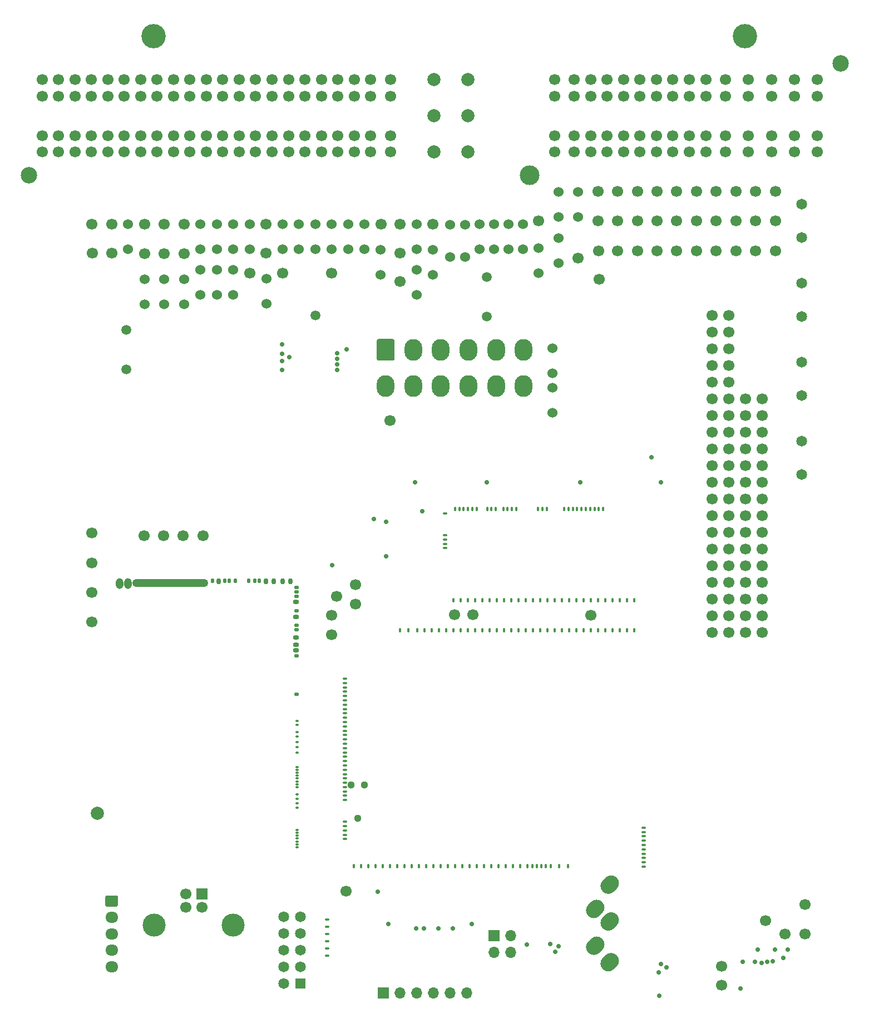
<source format=gbs>
G75*
G70*
%OFA0B0*%
%FSLAX25Y25*%
%IPPOS*%
%LPD*%
%AMOC8*
5,1,8,0,0,1.08239X$1,22.5*
%
%AMM199*
21,1,0.015350,0.009840,-0.000000,-0.000000,270.000000*
21,1,0.000000,0.025200,-0.000000,-0.000000,270.000000*
1,1,0.015350,-0.004920,-0.000000*
1,1,0.015350,-0.004920,-0.000000*
1,1,0.015350,0.004920,-0.000000*
1,1,0.015350,0.004920,-0.000000*
%
%AMM200*
21,1,0.015350,0.009840,-0.000000,-0.000000,180.000000*
21,1,0.000000,0.025200,-0.000000,-0.000000,180.000000*
1,1,0.015350,-0.000000,0.004920*
1,1,0.015350,-0.000000,0.004920*
1,1,0.015350,-0.000000,-0.004920*
1,1,0.015350,-0.000000,-0.004920*
%
%AMM301*
21,1,0.015350,0.009840,-0.000000,-0.000000,90.000000*
21,1,0.000000,0.025200,-0.000000,-0.000000,90.000000*
1,1,0.015350,0.004920,-0.000000*
1,1,0.015350,0.004920,-0.000000*
1,1,0.015350,-0.004920,-0.000000*
1,1,0.015350,-0.004920,-0.000000*
%
%AMM351*
21,1,0.015350,0.009840,-0.000000,0.000000,270.000000*
21,1,0.000000,0.025200,-0.000000,0.000000,270.000000*
1,1,0.015350,-0.004920,0.000000*
1,1,0.015350,-0.004920,0.000000*
1,1,0.015350,0.004920,0.000000*
1,1,0.015350,0.004920,0.000000*
%
%ADD106O,0.44882X0.04331*%
%ADD107O,0.01575X0.02362*%
%ADD108O,0.02362X0.03150*%
%ADD109O,0.02362X0.01575*%
%ADD11C,0.06693*%
%ADD12R,0.06693X0.06693*%
%ADD13O,0.06693X0.06693*%
%ADD14C,0.06000*%
%ADD154C,0.02913*%
%ADD17C,0.07874*%
%ADD18C,0.13780*%
%ADD211C,0.04451*%
%ADD23C,0.05906*%
%ADD239O,0.04488X0.06457*%
%ADD240O,0.03701X0.02913*%
%ADD250O,0.02126X0.01339*%
%ADD251O,0.02913X0.02126*%
%ADD252O,0.02913X0.03701*%
%ADD253O,0.45433X0.04882*%
%ADD254O,0.02126X0.02913*%
%ADD26C,0.06496*%
%ADD270C,0.06457*%
%ADD271R,0.06457X0.06457*%
%ADD30C,0.02362*%
%ADD35O,0.01575X0.00787*%
%ADD370M199*%
%ADD371M200*%
%ADD479M301*%
%ADD546M351*%
%ADD55O,0.10630X0.12992*%
%ADD58O,0.07677X0.06693*%
%ADD75O,0.03937X0.05906*%
%ADD76O,0.03150X0.02362*%
%ADD86C,0.09843*%
%ADD87C,0.14567*%
%ADD88C,0.11811*%
X0000000Y0000000D02*
%LPD*%
G01*
D11*
X0411417Y0505906D03*
X0505906Y0470472D03*
X0446850Y0488189D03*
D12*
X0282992Y0025591D03*
D13*
X0292992Y0025591D03*
X0302992Y0025591D03*
X0312992Y0025591D03*
X0322992Y0025591D03*
X0332992Y0025591D03*
D14*
X0331890Y0486024D03*
X0331890Y0466732D03*
D11*
X0260630Y0086614D03*
X0482283Y0505906D03*
X0499921Y0291772D03*
X0499921Y0301772D03*
X0499921Y0311772D03*
X0499921Y0321772D03*
X0499921Y0331772D03*
X0509921Y0291772D03*
X0509921Y0301772D03*
X0509921Y0311772D03*
X0509921Y0321772D03*
X0509921Y0331772D03*
X0312598Y0486240D03*
D86*
X0070522Y0515748D03*
D87*
X0145325Y0598819D03*
X0499656Y0598819D03*
D88*
X0370522Y0515748D03*
D86*
X0556742Y0582677D03*
D11*
X0542963Y0572835D03*
X0529183Y0572835D03*
X0515404Y0572835D03*
X0501624Y0572835D03*
X0487844Y0572835D03*
X0476033Y0572835D03*
X0466191Y0572835D03*
X0456348Y0572835D03*
X0446506Y0572835D03*
X0436663Y0572835D03*
X0426821Y0572835D03*
X0416978Y0572835D03*
X0407136Y0572835D03*
X0397293Y0572835D03*
X0385482Y0572835D03*
X0542963Y0562992D03*
X0529183Y0562992D03*
X0515404Y0562992D03*
X0501624Y0562992D03*
X0487844Y0562992D03*
X0476033Y0562992D03*
X0466191Y0562992D03*
X0456348Y0562992D03*
X0446506Y0562992D03*
X0436663Y0562992D03*
X0426821Y0562992D03*
X0416978Y0562992D03*
X0407136Y0562992D03*
X0397293Y0562992D03*
X0385482Y0562992D03*
X0542963Y0539370D03*
X0529183Y0539370D03*
X0515404Y0539370D03*
X0501624Y0539370D03*
X0487844Y0539370D03*
X0476033Y0539370D03*
X0466191Y0539370D03*
X0456348Y0539370D03*
X0446506Y0539370D03*
X0436663Y0539370D03*
X0426821Y0539370D03*
X0416978Y0539370D03*
X0407136Y0539370D03*
X0397293Y0539370D03*
X0385482Y0539370D03*
X0542963Y0529528D03*
X0529183Y0529528D03*
X0515404Y0529528D03*
X0501624Y0529528D03*
X0487844Y0529528D03*
X0476033Y0529528D03*
X0466191Y0529528D03*
X0456348Y0529528D03*
X0446506Y0529528D03*
X0436663Y0529528D03*
X0426821Y0529528D03*
X0416978Y0529528D03*
X0407136Y0529528D03*
X0397293Y0529528D03*
X0385482Y0529528D03*
D17*
X0333514Y0572835D03*
X0313041Y0572835D03*
X0333514Y0551181D03*
X0313041Y0551181D03*
X0333514Y0529528D03*
X0313041Y0529528D03*
D11*
X0287057Y0572835D03*
X0275246Y0572835D03*
X0265404Y0572835D03*
X0255561Y0572835D03*
X0245719Y0572835D03*
X0235876Y0572835D03*
X0226033Y0572835D03*
X0216191Y0572835D03*
X0206348Y0572835D03*
X0196506Y0572835D03*
X0186663Y0572835D03*
X0176821Y0572835D03*
X0166978Y0572835D03*
X0157136Y0572835D03*
X0147293Y0572835D03*
X0137451Y0572835D03*
X0127608Y0572835D03*
X0117766Y0572835D03*
X0107923Y0572835D03*
X0098081Y0572835D03*
X0088238Y0572835D03*
X0078396Y0572835D03*
X0287057Y0562992D03*
X0275246Y0562992D03*
X0265404Y0562992D03*
X0255561Y0562992D03*
X0245719Y0562992D03*
X0235876Y0562992D03*
X0226033Y0562992D03*
X0216191Y0562992D03*
X0206348Y0562992D03*
X0196506Y0562992D03*
X0186663Y0562992D03*
X0176821Y0562992D03*
X0166978Y0562992D03*
X0157136Y0562992D03*
X0147293Y0562992D03*
X0137451Y0562992D03*
X0127608Y0562992D03*
X0117766Y0562992D03*
X0107923Y0562992D03*
X0098081Y0562992D03*
X0088238Y0562992D03*
X0078396Y0562992D03*
X0287057Y0539370D03*
X0275246Y0539370D03*
X0265404Y0539370D03*
X0255561Y0539370D03*
X0245719Y0539370D03*
X0235876Y0539370D03*
X0226033Y0539370D03*
X0216191Y0539370D03*
X0206348Y0539370D03*
X0196506Y0539370D03*
X0186663Y0539370D03*
X0176821Y0539370D03*
X0166978Y0539370D03*
X0157136Y0539370D03*
X0147293Y0539370D03*
X0137451Y0539370D03*
X0127608Y0539370D03*
X0117766Y0539370D03*
X0107923Y0539370D03*
X0098081Y0539370D03*
X0088238Y0539370D03*
X0078396Y0539370D03*
X0287057Y0529528D03*
X0275246Y0529528D03*
X0265404Y0529528D03*
X0255561Y0529528D03*
X0245719Y0529528D03*
X0235876Y0529528D03*
X0226033Y0529528D03*
X0216191Y0529528D03*
X0206348Y0529528D03*
X0196506Y0529528D03*
X0186663Y0529528D03*
X0176821Y0529528D03*
X0166978Y0529528D03*
X0157136Y0529528D03*
X0147293Y0529528D03*
X0137451Y0529528D03*
X0127608Y0529528D03*
X0117766Y0529528D03*
X0107923Y0529528D03*
X0098081Y0529528D03*
X0088238Y0529528D03*
X0078396Y0529528D03*
D14*
X0163386Y0438169D03*
X0163386Y0453169D03*
D11*
X0458661Y0505906D03*
D14*
X0139764Y0438169D03*
X0139764Y0453169D03*
D12*
X0174213Y0084951D03*
D11*
X0164370Y0084951D03*
X0164370Y0077077D03*
X0174213Y0077077D03*
D18*
X0192992Y0066407D03*
X0145591Y0066407D03*
D11*
X0411811Y0470472D03*
X0325591Y0252362D03*
D14*
X0384252Y0412028D03*
X0384252Y0397028D03*
D11*
X0485433Y0041732D03*
X0458661Y0488189D03*
X0139370Y0299606D03*
X0292913Y0451969D03*
X0266142Y0270472D03*
D14*
X0183071Y0471240D03*
X0183071Y0486240D03*
D11*
X0494094Y0488189D03*
X0336614Y0252362D03*
D14*
X0212992Y0438563D03*
X0212992Y0453563D03*
D11*
X0470472Y0470472D03*
X0485433Y0030315D03*
D23*
X0242126Y0431693D03*
D11*
X0499921Y0341772D03*
X0499921Y0351772D03*
X0499921Y0361772D03*
X0499921Y0371772D03*
X0499921Y0381772D03*
X0509921Y0341772D03*
X0509921Y0351772D03*
X0509921Y0361772D03*
X0509921Y0371772D03*
X0509921Y0381772D03*
D14*
X0384252Y0388406D03*
X0384252Y0373406D03*
D11*
X0108661Y0468898D03*
X0435039Y0488189D03*
X0505906Y0488189D03*
X0505906Y0505906D03*
G36*
G01*
X0248622Y0070177D02*
X0249606Y0070177D01*
G75*
G02*
X0250098Y0069685I0000000J-000492D01*
G01*
X0250098Y0069685D01*
G75*
G02*
X0249606Y0069193I-000492J0000000D01*
G01*
X0248622Y0069193D01*
G75*
G02*
X0248130Y0069685I0000000J0000492D01*
G01*
X0248130Y0069685D01*
G75*
G02*
X0248622Y0070177I0000492J0000000D01*
G01*
G37*
G36*
G01*
X0248622Y0065846D02*
X0249606Y0065846D01*
G75*
G02*
X0250098Y0065354I0000000J-000492D01*
G01*
X0250098Y0065354D01*
G75*
G02*
X0249606Y0064862I-000492J0000000D01*
G01*
X0248622Y0064862D01*
G75*
G02*
X0248130Y0065354I0000000J0000492D01*
G01*
X0248130Y0065354D01*
G75*
G02*
X0248622Y0065846I0000492J0000000D01*
G01*
G37*
G36*
G01*
X0248622Y0061516D02*
X0249606Y0061516D01*
G75*
G02*
X0250098Y0061024I0000000J-000492D01*
G01*
X0250098Y0061024D01*
G75*
G02*
X0249606Y0060531I-000492J0000000D01*
G01*
X0248622Y0060531D01*
G75*
G02*
X0248130Y0061024I0000000J0000492D01*
G01*
X0248130Y0061024D01*
G75*
G02*
X0248622Y0061516I0000492J0000000D01*
G01*
G37*
G36*
G01*
X0248622Y0057185D02*
X0249606Y0057185D01*
G75*
G02*
X0250098Y0056693I0000000J-000492D01*
G01*
X0250098Y0056693D01*
G75*
G02*
X0249606Y0056201I-000492J0000000D01*
G01*
X0248622Y0056201D01*
G75*
G02*
X0248130Y0056693I0000000J0000492D01*
G01*
X0248130Y0056693D01*
G75*
G02*
X0248622Y0057185I0000492J0000000D01*
G01*
G37*
G36*
G01*
X0248622Y0052854D02*
X0249606Y0052854D01*
G75*
G02*
X0250098Y0052362I0000000J-000492D01*
G01*
X0250098Y0052362D01*
G75*
G02*
X0249606Y0051870I-000492J0000000D01*
G01*
X0248622Y0051870D01*
G75*
G02*
X0248130Y0052362I0000000J0000492D01*
G01*
X0248130Y0052362D01*
G75*
G02*
X0248622Y0052854I0000492J0000000D01*
G01*
G37*
G36*
G01*
X0248622Y0048524D02*
X0249606Y0048524D01*
G75*
G02*
X0250098Y0048032I0000000J-000492D01*
G01*
X0250098Y0048032D01*
G75*
G02*
X0249606Y0047539I-000492J0000000D01*
G01*
X0248622Y0047539D01*
G75*
G02*
X0248130Y0048032I0000000J0000492D01*
G01*
X0248130Y0048032D01*
G75*
G02*
X0248622Y0048524I0000492J0000000D01*
G01*
G37*
D14*
X0302756Y0471240D03*
X0302756Y0486240D03*
D11*
X0470472Y0505906D03*
D14*
X0399606Y0490531D03*
X0399606Y0505531D03*
D11*
X0139764Y0468504D03*
X0479921Y0241772D03*
X0479921Y0251772D03*
X0479921Y0261772D03*
X0479921Y0271772D03*
X0479921Y0281772D03*
X0489921Y0241772D03*
X0489921Y0251772D03*
X0489921Y0261772D03*
X0489921Y0271772D03*
X0489921Y0281772D03*
X0535433Y0078740D03*
X0222441Y0457087D03*
X0494094Y0470472D03*
X0120079Y0486220D03*
X0151181Y0299606D03*
D14*
X0192913Y0444075D03*
X0192913Y0459075D03*
X0340551Y0471220D03*
X0340551Y0486220D03*
X0151575Y0438169D03*
X0151575Y0453169D03*
D11*
X0163386Y0486220D03*
X0446850Y0470472D03*
X0517717Y0505906D03*
X0535433Y0061024D03*
X0108268Y0248031D03*
X0479921Y0391772D03*
X0479921Y0401772D03*
X0479921Y0411772D03*
X0479921Y0421772D03*
X0479921Y0431772D03*
X0489921Y0391772D03*
X0489921Y0401772D03*
X0489921Y0411772D03*
X0489921Y0421772D03*
X0489921Y0431772D03*
X0479921Y0291772D03*
X0479921Y0301772D03*
X0479921Y0311772D03*
X0479921Y0321772D03*
X0479921Y0331772D03*
X0489921Y0291772D03*
X0489921Y0301772D03*
X0489921Y0311772D03*
X0489921Y0321772D03*
X0489921Y0331772D03*
X0163386Y0468504D03*
D26*
X0533465Y0498189D03*
X0533465Y0478189D03*
D14*
X0232283Y0471240D03*
X0232283Y0486240D03*
D26*
X0533465Y0403701D03*
X0533465Y0383701D03*
D30*
X0226476Y0406557D03*
X0255118Y0408946D03*
X0255118Y0405600D03*
X0255118Y0402253D03*
X0255118Y0398907D03*
X0260823Y0411353D03*
X0222047Y0398907D03*
X0222047Y0404419D03*
X0222047Y0408651D03*
X0222047Y0414163D03*
D14*
X0173228Y0444075D03*
X0173228Y0459075D03*
X0173228Y0471240D03*
X0173228Y0486240D03*
X0322835Y0486024D03*
X0322835Y0466732D03*
D11*
X0435039Y0470472D03*
D14*
X0375984Y0457067D03*
X0375984Y0472067D03*
D11*
X0423228Y0488189D03*
G36*
G01*
X0414018Y0080160D02*
X0414018Y0080160D01*
G75*
G02*
X0414018Y0073479I-003341J-003341D01*
G01*
X0412348Y0071808D01*
G75*
G02*
X0405667Y0071808I-003341J0003341D01*
G01*
X0405667Y0071808D01*
G75*
G02*
X0405667Y0078490I0003341J0003341D01*
G01*
X0407337Y0080160D01*
G75*
G02*
X0414018Y0080160I0003341J-003341D01*
G01*
G37*
G36*
G01*
X0422680Y0072680D02*
X0422680Y0072680D01*
G75*
G02*
X0422680Y0065998I-003341J-003341D01*
G01*
X0421009Y0064328D01*
G75*
G02*
X0414328Y0064328I-003341J0003341D01*
G01*
X0414328Y0064328D01*
G75*
G02*
X0414328Y0071009I0003341J0003341D01*
G01*
X0415998Y0072680D01*
G75*
G02*
X0422680Y0072680I0003341J-003341D01*
G01*
G37*
G36*
G01*
X0422680Y0048270D02*
X0422680Y0048270D01*
G75*
G02*
X0422680Y0041589I-003341J-003341D01*
G01*
X0421009Y0039919D01*
G75*
G02*
X0414328Y0039919I-003341J0003341D01*
G01*
X0414328Y0039919D01*
G75*
G02*
X0414328Y0046600I0003341J0003341D01*
G01*
X0415998Y0048270D01*
G75*
G02*
X0422680Y0048270I0003341J-003341D01*
G01*
G37*
G36*
G01*
X0414018Y0058113D02*
X0414018Y0058113D01*
G75*
G02*
X0414018Y0051432I-003341J-003341D01*
G01*
X0412348Y0049761D01*
G75*
G02*
X0405667Y0049761I-003341J0003341D01*
G01*
X0405667Y0049761D01*
G75*
G02*
X0405667Y0056443I0003341J0003341D01*
G01*
X0407337Y0058113D01*
G75*
G02*
X0414018Y0058113I0003341J-003341D01*
G01*
G37*
G36*
G01*
X0422680Y0094727D02*
X0422680Y0094727D01*
G75*
G02*
X0422680Y0088046I-003341J-003341D01*
G01*
X0421009Y0086375D01*
G75*
G02*
X0414328Y0086375I-003341J0003341D01*
G01*
X0414328Y0086375D01*
G75*
G02*
X0414328Y0093057I0003341J0003341D01*
G01*
X0415998Y0094727D01*
G75*
G02*
X0422680Y0094727I0003341J-003341D01*
G01*
G37*
X0151575Y0468504D03*
X0399606Y0466142D03*
D26*
X0533465Y0356457D03*
X0533465Y0336457D03*
D11*
X0251969Y0251969D03*
X0511811Y0068898D03*
D12*
X0349311Y0059921D03*
D13*
X0359311Y0059921D03*
X0349311Y0049921D03*
X0359311Y0049921D03*
D11*
X0517717Y0470472D03*
X0139764Y0486220D03*
D14*
X0192913Y0471240D03*
X0192913Y0486240D03*
X0222441Y0471240D03*
X0222441Y0486240D03*
X0357874Y0471240D03*
X0357874Y0486240D03*
D30*
X0505657Y0044468D03*
X0507330Y0051693D03*
X0509496Y0043622D03*
X0512940Y0044468D03*
X0516287Y0044763D03*
X0517566Y0051693D03*
X0522684Y0046535D03*
X0525244Y0051693D03*
X0496995Y0028366D03*
X0498177Y0044409D03*
D26*
X0533465Y0450945D03*
X0533465Y0430945D03*
D30*
X0302018Y0331545D03*
X0449117Y0331545D03*
X0400837Y0331545D03*
X0344931Y0331545D03*
X0443652Y0346506D03*
X0252228Y0282039D03*
X0284610Y0287255D03*
X0284541Y0307856D03*
X0277130Y0309795D03*
X0306067Y0314224D03*
G36*
G01*
X0259293Y0118321D02*
X0260278Y0118321D01*
G75*
G02*
X0260770Y0117829I0000000J-000492D01*
G01*
X0260770Y0117829D01*
G75*
G02*
X0260278Y0117337I-000492J0000000D01*
G01*
X0259293Y0117337D01*
G75*
G02*
X0258801Y0117829I0000000J0000492D01*
G01*
X0258801Y0117829D01*
G75*
G02*
X0259293Y0118321I0000492J0000000D01*
G01*
G37*
G36*
G01*
X0260278Y0119936D02*
X0259293Y0119936D01*
G75*
G02*
X0258801Y0120428I0000000J0000492D01*
G01*
X0258801Y0120428D01*
G75*
G02*
X0259293Y0120920I0000492J0000000D01*
G01*
X0260278Y0120920D01*
G75*
G02*
X0260770Y0120428I0000000J-000492D01*
G01*
X0260770Y0120428D01*
G75*
G02*
X0260278Y0119936I-000492J0000000D01*
G01*
G37*
G36*
G01*
X0260278Y0122534D02*
X0259293Y0122534D01*
G75*
G02*
X0258801Y0123026I0000000J0000492D01*
G01*
X0258801Y0123026D01*
G75*
G02*
X0259293Y0123518I0000492J0000000D01*
G01*
X0260278Y0123518D01*
G75*
G02*
X0260770Y0123026I0000000J-000492D01*
G01*
X0260770Y0123026D01*
G75*
G02*
X0260278Y0122534I-000492J0000000D01*
G01*
G37*
G36*
G01*
X0260278Y0125132D02*
X0259293Y0125132D01*
G75*
G02*
X0258801Y0125625I0000000J0000492D01*
G01*
X0258801Y0125625D01*
G75*
G02*
X0259293Y0126117I0000492J0000000D01*
G01*
X0260278Y0126117D01*
G75*
G02*
X0260770Y0125625I0000000J-000492D01*
G01*
X0260770Y0125625D01*
G75*
G02*
X0260278Y0125132I-000492J0000000D01*
G01*
G37*
G36*
G01*
X0260278Y0127731D02*
X0259293Y0127731D01*
G75*
G02*
X0258801Y0128223I0000000J0000492D01*
G01*
X0258801Y0128223D01*
G75*
G02*
X0259293Y0128715I0000492J0000000D01*
G01*
X0260278Y0128715D01*
G75*
G02*
X0260770Y0128223I0000000J-000492D01*
G01*
X0260770Y0128223D01*
G75*
G02*
X0260278Y0127731I-000492J0000000D01*
G01*
G37*
G36*
G01*
X0260278Y0140723D02*
X0259293Y0140723D01*
G75*
G02*
X0258801Y0141215I0000000J0000492D01*
G01*
X0258801Y0141215D01*
G75*
G02*
X0259293Y0141707I0000492J0000000D01*
G01*
X0260278Y0141707D01*
G75*
G02*
X0260770Y0141215I0000000J-000492D01*
G01*
X0260770Y0141215D01*
G75*
G02*
X0260278Y0140723I-000492J0000000D01*
G01*
G37*
G36*
G01*
X0260278Y0143321D02*
X0259293Y0143321D01*
G75*
G02*
X0258801Y0143813I0000000J0000492D01*
G01*
X0258801Y0143813D01*
G75*
G02*
X0259293Y0144306I0000492J0000000D01*
G01*
X0260278Y0144306D01*
G75*
G02*
X0260770Y0143813I0000000J-000492D01*
G01*
X0260770Y0143813D01*
G75*
G02*
X0260278Y0143321I-000492J0000000D01*
G01*
G37*
G36*
G01*
X0260278Y0145920D02*
X0259293Y0145920D01*
G75*
G02*
X0258801Y0146412I0000000J0000492D01*
G01*
X0258801Y0146412D01*
G75*
G02*
X0259293Y0146904I0000492J0000000D01*
G01*
X0260278Y0146904D01*
G75*
G02*
X0260770Y0146412I0000000J-000492D01*
G01*
X0260770Y0146412D01*
G75*
G02*
X0260278Y0145920I-000492J0000000D01*
G01*
G37*
G36*
G01*
X0260278Y0148518D02*
X0259293Y0148518D01*
G75*
G02*
X0258801Y0149010I0000000J0000492D01*
G01*
X0258801Y0149010D01*
G75*
G02*
X0259293Y0149502I0000492J0000000D01*
G01*
X0260278Y0149502D01*
G75*
G02*
X0260770Y0149010I0000000J-000492D01*
G01*
X0260770Y0149010D01*
G75*
G02*
X0260278Y0148518I-000492J0000000D01*
G01*
G37*
G36*
G01*
X0260278Y0151117D02*
X0259293Y0151117D01*
G75*
G02*
X0258801Y0151609I0000000J0000492D01*
G01*
X0258801Y0151609D01*
G75*
G02*
X0259293Y0152101I0000492J0000000D01*
G01*
X0260278Y0152101D01*
G75*
G02*
X0260770Y0151609I0000000J-000492D01*
G01*
X0260770Y0151609D01*
G75*
G02*
X0260278Y0151117I-000492J0000000D01*
G01*
G37*
G36*
G01*
X0260278Y0153715D02*
X0259293Y0153715D01*
G75*
G02*
X0258801Y0154207I0000000J0000492D01*
G01*
X0258801Y0154207D01*
G75*
G02*
X0259293Y0154699I0000492J0000000D01*
G01*
X0260278Y0154699D01*
G75*
G02*
X0260770Y0154207I0000000J-000492D01*
G01*
X0260770Y0154207D01*
G75*
G02*
X0260278Y0153715I-000492J0000000D01*
G01*
G37*
G36*
G01*
X0260278Y0156313D02*
X0259293Y0156313D01*
G75*
G02*
X0258801Y0156806I0000000J0000492D01*
G01*
X0258801Y0156806D01*
G75*
G02*
X0259293Y0157298I0000492J0000000D01*
G01*
X0260278Y0157298D01*
G75*
G02*
X0260770Y0156806I0000000J-000492D01*
G01*
X0260770Y0156806D01*
G75*
G02*
X0260278Y0156313I-000492J0000000D01*
G01*
G37*
G36*
G01*
X0260278Y0158912D02*
X0259293Y0158912D01*
G75*
G02*
X0258801Y0159404I0000000J0000492D01*
G01*
X0258801Y0159404D01*
G75*
G02*
X0259293Y0159896I0000492J0000000D01*
G01*
X0260278Y0159896D01*
G75*
G02*
X0260770Y0159404I0000000J-000492D01*
G01*
X0260770Y0159404D01*
G75*
G02*
X0260278Y0158912I-000492J0000000D01*
G01*
G37*
G36*
G01*
X0260278Y0161510D02*
X0259293Y0161510D01*
G75*
G02*
X0258801Y0162002I0000000J0000492D01*
G01*
X0258801Y0162002D01*
G75*
G02*
X0259293Y0162495I0000492J0000000D01*
G01*
X0260278Y0162495D01*
G75*
G02*
X0260770Y0162002I0000000J-000492D01*
G01*
X0260770Y0162002D01*
G75*
G02*
X0260278Y0161510I-000492J0000000D01*
G01*
G37*
G36*
G01*
X0260278Y0164109D02*
X0259293Y0164109D01*
G75*
G02*
X0258801Y0164601I0000000J0000492D01*
G01*
X0258801Y0164601D01*
G75*
G02*
X0259293Y0165093I0000492J0000000D01*
G01*
X0260278Y0165093D01*
G75*
G02*
X0260770Y0164601I0000000J-000492D01*
G01*
X0260770Y0164601D01*
G75*
G02*
X0260278Y0164109I-000492J0000000D01*
G01*
G37*
G36*
G01*
X0260278Y0166707D02*
X0259293Y0166707D01*
G75*
G02*
X0258801Y0167199I0000000J0000492D01*
G01*
X0258801Y0167199D01*
G75*
G02*
X0259293Y0167691I0000492J0000000D01*
G01*
X0260278Y0167691D01*
G75*
G02*
X0260770Y0167199I0000000J-000492D01*
G01*
X0260770Y0167199D01*
G75*
G02*
X0260278Y0166707I-000492J0000000D01*
G01*
G37*
G36*
G01*
X0260278Y0169306D02*
X0259293Y0169306D01*
G75*
G02*
X0258801Y0169798I0000000J0000492D01*
G01*
X0258801Y0169798D01*
G75*
G02*
X0259293Y0170290I0000492J0000000D01*
G01*
X0260278Y0170290D01*
G75*
G02*
X0260770Y0169798I0000000J-000492D01*
G01*
X0260770Y0169798D01*
G75*
G02*
X0260278Y0169306I-000492J0000000D01*
G01*
G37*
G36*
G01*
X0260278Y0171904D02*
X0259293Y0171904D01*
G75*
G02*
X0258801Y0172396I0000000J0000492D01*
G01*
X0258801Y0172396D01*
G75*
G02*
X0259293Y0172888I0000492J0000000D01*
G01*
X0260278Y0172888D01*
G75*
G02*
X0260770Y0172396I0000000J-000492D01*
G01*
X0260770Y0172396D01*
G75*
G02*
X0260278Y0171904I-000492J0000000D01*
G01*
G37*
G36*
G01*
X0260278Y0174502D02*
X0259293Y0174502D01*
G75*
G02*
X0258801Y0174995I0000000J0000492D01*
G01*
X0258801Y0174995D01*
G75*
G02*
X0259293Y0175487I0000492J0000000D01*
G01*
X0260278Y0175487D01*
G75*
G02*
X0260770Y0174995I0000000J-000492D01*
G01*
X0260770Y0174995D01*
G75*
G02*
X0260278Y0174502I-000492J0000000D01*
G01*
G37*
G36*
G01*
X0260278Y0177101D02*
X0259293Y0177101D01*
G75*
G02*
X0258801Y0177593I0000000J0000492D01*
G01*
X0258801Y0177593D01*
G75*
G02*
X0259293Y0178085I0000492J0000000D01*
G01*
X0260278Y0178085D01*
G75*
G02*
X0260770Y0177593I0000000J-000492D01*
G01*
X0260770Y0177593D01*
G75*
G02*
X0260278Y0177101I-000492J0000000D01*
G01*
G37*
G36*
G01*
X0260278Y0179699D02*
X0259293Y0179699D01*
G75*
G02*
X0258801Y0180191I0000000J0000492D01*
G01*
X0258801Y0180191D01*
G75*
G02*
X0259293Y0180684I0000492J0000000D01*
G01*
X0260278Y0180684D01*
G75*
G02*
X0260770Y0180191I0000000J-000492D01*
G01*
X0260770Y0180191D01*
G75*
G02*
X0260278Y0179699I-000492J0000000D01*
G01*
G37*
G36*
G01*
X0260278Y0182298D02*
X0259293Y0182298D01*
G75*
G02*
X0258801Y0182790I0000000J0000492D01*
G01*
X0258801Y0182790D01*
G75*
G02*
X0259293Y0183282I0000492J0000000D01*
G01*
X0260278Y0183282D01*
G75*
G02*
X0260770Y0182790I0000000J-000492D01*
G01*
X0260770Y0182790D01*
G75*
G02*
X0260278Y0182298I-000492J0000000D01*
G01*
G37*
G36*
G01*
X0260278Y0184896D02*
X0259293Y0184896D01*
G75*
G02*
X0258801Y0185388I0000000J0000492D01*
G01*
X0258801Y0185388D01*
G75*
G02*
X0259293Y0185880I0000492J0000000D01*
G01*
X0260278Y0185880D01*
G75*
G02*
X0260770Y0185388I0000000J-000492D01*
G01*
X0260770Y0185388D01*
G75*
G02*
X0260278Y0184896I-000492J0000000D01*
G01*
G37*
G36*
G01*
X0260278Y0187495D02*
X0259293Y0187495D01*
G75*
G02*
X0258801Y0187987I0000000J0000492D01*
G01*
X0258801Y0187987D01*
G75*
G02*
X0259293Y0188479I0000492J0000000D01*
G01*
X0260278Y0188479D01*
G75*
G02*
X0260770Y0187987I0000000J-000492D01*
G01*
X0260770Y0187987D01*
G75*
G02*
X0260278Y0187495I-000492J0000000D01*
G01*
G37*
G36*
G01*
X0260278Y0190093D02*
X0259293Y0190093D01*
G75*
G02*
X0258801Y0190585I0000000J0000492D01*
G01*
X0258801Y0190585D01*
G75*
G02*
X0259293Y0191077I0000492J0000000D01*
G01*
X0260278Y0191077D01*
G75*
G02*
X0260770Y0190585I0000000J-000492D01*
G01*
X0260770Y0190585D01*
G75*
G02*
X0260278Y0190093I-000492J0000000D01*
G01*
G37*
G36*
G01*
X0260278Y0192691D02*
X0259293Y0192691D01*
G75*
G02*
X0258801Y0193184I0000000J0000492D01*
G01*
X0258801Y0193184D01*
G75*
G02*
X0259293Y0193676I0000492J0000000D01*
G01*
X0260278Y0193676D01*
G75*
G02*
X0260770Y0193184I0000000J-000492D01*
G01*
X0260770Y0193184D01*
G75*
G02*
X0260278Y0192691I-000492J0000000D01*
G01*
G37*
G36*
G01*
X0260278Y0195290D02*
X0259293Y0195290D01*
G75*
G02*
X0258801Y0195782I0000000J0000492D01*
G01*
X0258801Y0195782D01*
G75*
G02*
X0259293Y0196274I0000492J0000000D01*
G01*
X0260278Y0196274D01*
G75*
G02*
X0260770Y0195782I0000000J-000492D01*
G01*
X0260770Y0195782D01*
G75*
G02*
X0260278Y0195290I-000492J0000000D01*
G01*
G37*
G36*
G01*
X0260278Y0197888D02*
X0259293Y0197888D01*
G75*
G02*
X0258801Y0198380I0000000J0000492D01*
G01*
X0258801Y0198380D01*
G75*
G02*
X0259293Y0198873I0000492J0000000D01*
G01*
X0260278Y0198873D01*
G75*
G02*
X0260770Y0198380I0000000J-000492D01*
G01*
X0260770Y0198380D01*
G75*
G02*
X0260278Y0197888I-000492J0000000D01*
G01*
G37*
G36*
G01*
X0260278Y0200487D02*
X0259293Y0200487D01*
G75*
G02*
X0258801Y0200979I0000000J0000492D01*
G01*
X0258801Y0200979D01*
G75*
G02*
X0259293Y0201471I0000492J0000000D01*
G01*
X0260278Y0201471D01*
G75*
G02*
X0260770Y0200979I0000000J-000492D01*
G01*
X0260770Y0200979D01*
G75*
G02*
X0260278Y0200487I-000492J0000000D01*
G01*
G37*
G36*
G01*
X0260278Y0203085D02*
X0259293Y0203085D01*
G75*
G02*
X0258801Y0203577I0000000J0000492D01*
G01*
X0258801Y0203577D01*
G75*
G02*
X0259293Y0204069I0000492J0000000D01*
G01*
X0260278Y0204069D01*
G75*
G02*
X0260770Y0203577I0000000J-000492D01*
G01*
X0260770Y0203577D01*
G75*
G02*
X0260278Y0203085I-000492J0000000D01*
G01*
G37*
G36*
G01*
X0260278Y0205684D02*
X0259293Y0205684D01*
G75*
G02*
X0258801Y0206176I0000000J0000492D01*
G01*
X0258801Y0206176D01*
G75*
G02*
X0259293Y0206668I0000492J0000000D01*
G01*
X0260278Y0206668D01*
G75*
G02*
X0260770Y0206176I0000000J-000492D01*
G01*
X0260770Y0206176D01*
G75*
G02*
X0260278Y0205684I-000492J0000000D01*
G01*
G37*
G36*
G01*
X0260278Y0208282D02*
X0259293Y0208282D01*
G75*
G02*
X0258801Y0208774I0000000J0000492D01*
G01*
X0258801Y0208774D01*
G75*
G02*
X0259293Y0209266I0000492J0000000D01*
G01*
X0260278Y0209266D01*
G75*
G02*
X0260770Y0208774I0000000J-000492D01*
G01*
X0260770Y0208774D01*
G75*
G02*
X0260278Y0208282I-000492J0000000D01*
G01*
G37*
G36*
G01*
X0260278Y0210880D02*
X0259293Y0210880D01*
G75*
G02*
X0258801Y0211373I0000000J0000492D01*
G01*
X0258801Y0211373D01*
G75*
G02*
X0259293Y0211865I0000492J0000000D01*
G01*
X0260278Y0211865D01*
G75*
G02*
X0260770Y0211373I0000000J-000492D01*
G01*
X0260770Y0211373D01*
G75*
G02*
X0260278Y0210880I-000492J0000000D01*
G01*
G37*
G36*
G01*
X0260278Y0213479D02*
X0259293Y0213479D01*
G75*
G02*
X0258801Y0213971I0000000J0000492D01*
G01*
X0258801Y0213971D01*
G75*
G02*
X0259293Y0214463I0000492J0000000D01*
G01*
X0260278Y0214463D01*
G75*
G02*
X0260770Y0213971I0000000J-000492D01*
G01*
X0260770Y0213971D01*
G75*
G02*
X0260278Y0213479I-000492J0000000D01*
G01*
G37*
G36*
G01*
X0392943Y0101089D02*
X0392943Y0102073D01*
G75*
G02*
X0393435Y0102565I0000492J0000000D01*
G01*
X0393435Y0102565D01*
G75*
G02*
X0393927Y0102073I0000000J-000492D01*
G01*
X0393927Y0101089D01*
G75*
G02*
X0393435Y0100597I-000492J0000000D01*
G01*
X0393435Y0100597D01*
G75*
G02*
X0392943Y0101089I0000000J0000492D01*
G01*
G37*
G36*
G01*
X0388730Y0102073D02*
X0388730Y0101089D01*
G75*
G02*
X0388238Y0100597I-000492J0000000D01*
G01*
X0388238Y0100597D01*
G75*
G02*
X0387746Y0101089I0000000J0000492D01*
G01*
X0387746Y0102073D01*
G75*
G02*
X0388238Y0102565I0000492J0000000D01*
G01*
X0388238Y0102565D01*
G75*
G02*
X0388730Y0102073I0000000J-000492D01*
G01*
G37*
G36*
G01*
X0383533Y0102073D02*
X0383533Y0101089D01*
G75*
G02*
X0383041Y0100597I-000492J0000000D01*
G01*
X0383041Y0100597D01*
G75*
G02*
X0382549Y0101089I0000000J0000492D01*
G01*
X0382549Y0102073D01*
G75*
G02*
X0383041Y0102565I0000492J0000000D01*
G01*
X0383041Y0102565D01*
G75*
G02*
X0383533Y0102073I0000000J-000492D01*
G01*
G37*
G36*
G01*
X0380541Y0102073D02*
X0380541Y0101089D01*
G75*
G02*
X0380049Y0100597I-000492J0000000D01*
G01*
X0380049Y0100597D01*
G75*
G02*
X0379557Y0101089I0000000J0000492D01*
G01*
X0379557Y0102073D01*
G75*
G02*
X0380049Y0102565I0000492J0000000D01*
G01*
X0380049Y0102565D01*
G75*
G02*
X0380541Y0102073I0000000J-000492D01*
G01*
G37*
G36*
G01*
X0377923Y0102073D02*
X0377923Y0101089D01*
G75*
G02*
X0377431Y0100597I-000492J0000000D01*
G01*
X0377431Y0100597D01*
G75*
G02*
X0376939Y0101089I0000000J0000492D01*
G01*
X0376939Y0102073D01*
G75*
G02*
X0377431Y0102565I0000492J0000000D01*
G01*
X0377431Y0102565D01*
G75*
G02*
X0377923Y0102073I0000000J-000492D01*
G01*
G37*
G36*
G01*
X0375305Y0102073D02*
X0375305Y0101089D01*
G75*
G02*
X0374813Y0100597I-000492J0000000D01*
G01*
X0374813Y0100597D01*
G75*
G02*
X0374321Y0101089I0000000J0000492D01*
G01*
X0374321Y0102073D01*
G75*
G02*
X0374813Y0102565I0000492J0000000D01*
G01*
X0374813Y0102565D01*
G75*
G02*
X0375305Y0102073I0000000J-000492D01*
G01*
G37*
G36*
G01*
X0372687Y0102073D02*
X0372687Y0101089D01*
G75*
G02*
X0372195Y0100597I-000492J0000000D01*
G01*
X0372195Y0100597D01*
G75*
G02*
X0371703Y0101089I0000000J0000492D01*
G01*
X0371703Y0102073D01*
G75*
G02*
X0372195Y0102565I0000492J0000000D01*
G01*
X0372195Y0102565D01*
G75*
G02*
X0372687Y0102073I0000000J-000492D01*
G01*
G37*
G36*
G01*
X0369636Y0102073D02*
X0369636Y0101089D01*
G75*
G02*
X0369144Y0100597I-000492J0000000D01*
G01*
X0369144Y0100597D01*
G75*
G02*
X0368652Y0101089I0000000J0000492D01*
G01*
X0368652Y0102073D01*
G75*
G02*
X0369144Y0102565I0000492J0000000D01*
G01*
X0369144Y0102565D01*
G75*
G02*
X0369636Y0102073I0000000J-000492D01*
G01*
G37*
G36*
G01*
X0365305Y0102073D02*
X0365305Y0101089D01*
G75*
G02*
X0364813Y0100597I-000492J0000000D01*
G01*
X0364813Y0100597D01*
G75*
G02*
X0364321Y0101089I0000000J0000492D01*
G01*
X0364321Y0102073D01*
G75*
G02*
X0364813Y0102565I0000492J0000000D01*
G01*
X0364813Y0102565D01*
G75*
G02*
X0365305Y0102073I0000000J-000492D01*
G01*
G37*
G36*
G01*
X0360974Y0102073D02*
X0360974Y0101089D01*
G75*
G02*
X0360482Y0100597I-000492J0000000D01*
G01*
X0360482Y0100597D01*
G75*
G02*
X0359990Y0101089I0000000J0000492D01*
G01*
X0359990Y0102073D01*
G75*
G02*
X0360482Y0102565I0000492J0000000D01*
G01*
X0360482Y0102565D01*
G75*
G02*
X0360974Y0102073I0000000J-000492D01*
G01*
G37*
G36*
G01*
X0356644Y0102073D02*
X0356644Y0101089D01*
G75*
G02*
X0356152Y0100597I-000492J0000000D01*
G01*
X0356152Y0100597D01*
G75*
G02*
X0355659Y0101089I0000000J0000492D01*
G01*
X0355659Y0102073D01*
G75*
G02*
X0356152Y0102565I0000492J0000000D01*
G01*
X0356152Y0102565D01*
G75*
G02*
X0356644Y0102073I0000000J-000492D01*
G01*
G37*
G36*
G01*
X0352313Y0102073D02*
X0352313Y0101089D01*
G75*
G02*
X0351821Y0100597I-000492J0000000D01*
G01*
X0351821Y0100597D01*
G75*
G02*
X0351329Y0101089I0000000J0000492D01*
G01*
X0351329Y0102073D01*
G75*
G02*
X0351821Y0102565I0000492J0000000D01*
G01*
X0351821Y0102565D01*
G75*
G02*
X0352313Y0102073I0000000J-000492D01*
G01*
G37*
G36*
G01*
X0347982Y0102073D02*
X0347982Y0101089D01*
G75*
G02*
X0347490Y0100597I-000492J0000000D01*
G01*
X0347490Y0100597D01*
G75*
G02*
X0346998Y0101089I0000000J0000492D01*
G01*
X0346998Y0102073D01*
G75*
G02*
X0347490Y0102565I0000492J0000000D01*
G01*
X0347490Y0102565D01*
G75*
G02*
X0347982Y0102073I0000000J-000492D01*
G01*
G37*
G36*
G01*
X0343652Y0102073D02*
X0343652Y0101089D01*
G75*
G02*
X0343160Y0100597I-000492J0000000D01*
G01*
X0343160Y0100597D01*
G75*
G02*
X0342667Y0101089I0000000J0000492D01*
G01*
X0342667Y0102073D01*
G75*
G02*
X0343160Y0102565I0000492J0000000D01*
G01*
X0343160Y0102565D01*
G75*
G02*
X0343652Y0102073I0000000J-000492D01*
G01*
G37*
G36*
G01*
X0339321Y0102073D02*
X0339321Y0101089D01*
G75*
G02*
X0338829Y0100597I-000492J0000000D01*
G01*
X0338829Y0100597D01*
G75*
G02*
X0338337Y0101089I0000000J0000492D01*
G01*
X0338337Y0102073D01*
G75*
G02*
X0338829Y0102565I0000492J0000000D01*
G01*
X0338829Y0102565D01*
G75*
G02*
X0339321Y0102073I0000000J-000492D01*
G01*
G37*
G36*
G01*
X0334990Y0102073D02*
X0334990Y0101089D01*
G75*
G02*
X0334498Y0100597I-000492J0000000D01*
G01*
X0334498Y0100597D01*
G75*
G02*
X0334006Y0101089I0000000J0000492D01*
G01*
X0334006Y0102073D01*
G75*
G02*
X0334498Y0102565I0000492J0000000D01*
G01*
X0334498Y0102565D01*
G75*
G02*
X0334990Y0102073I0000000J-000492D01*
G01*
G37*
G36*
G01*
X0330660Y0102073D02*
X0330660Y0101089D01*
G75*
G02*
X0330167Y0100597I-000492J0000000D01*
G01*
X0330167Y0100597D01*
G75*
G02*
X0329675Y0101089I0000000J0000492D01*
G01*
X0329675Y0102073D01*
G75*
G02*
X0330167Y0102565I0000492J0000000D01*
G01*
X0330167Y0102565D01*
G75*
G02*
X0330660Y0102073I0000000J-000492D01*
G01*
G37*
G36*
G01*
X0326329Y0102073D02*
X0326329Y0101089D01*
G75*
G02*
X0325837Y0100597I-000492J0000000D01*
G01*
X0325837Y0100597D01*
G75*
G02*
X0325345Y0101089I0000000J0000492D01*
G01*
X0325345Y0102073D01*
G75*
G02*
X0325837Y0102565I0000492J0000000D01*
G01*
X0325837Y0102565D01*
G75*
G02*
X0326329Y0102073I0000000J-000492D01*
G01*
G37*
G36*
G01*
X0321998Y0102073D02*
X0321998Y0101089D01*
G75*
G02*
X0321506Y0100597I-000492J0000000D01*
G01*
X0321506Y0100597D01*
G75*
G02*
X0321014Y0101089I0000000J0000492D01*
G01*
X0321014Y0102073D01*
G75*
G02*
X0321506Y0102565I0000492J0000000D01*
G01*
X0321506Y0102565D01*
G75*
G02*
X0321998Y0102073I0000000J-000492D01*
G01*
G37*
G36*
G01*
X0317667Y0102073D02*
X0317667Y0101089D01*
G75*
G02*
X0317175Y0100597I-000492J0000000D01*
G01*
X0317175Y0100597D01*
G75*
G02*
X0316683Y0101089I0000000J0000492D01*
G01*
X0316683Y0102073D01*
G75*
G02*
X0317175Y0102565I0000492J0000000D01*
G01*
X0317175Y0102565D01*
G75*
G02*
X0317667Y0102073I0000000J-000492D01*
G01*
G37*
G36*
G01*
X0313337Y0102073D02*
X0313337Y0101089D01*
G75*
G02*
X0312845Y0100597I-000492J0000000D01*
G01*
X0312845Y0100597D01*
G75*
G02*
X0312352Y0101089I0000000J0000492D01*
G01*
X0312352Y0102073D01*
G75*
G02*
X0312845Y0102565I0000492J0000000D01*
G01*
X0312845Y0102565D01*
G75*
G02*
X0313337Y0102073I0000000J-000492D01*
G01*
G37*
G36*
G01*
X0309006Y0102073D02*
X0309006Y0101089D01*
G75*
G02*
X0308514Y0100597I-000492J0000000D01*
G01*
X0308514Y0100597D01*
G75*
G02*
X0308022Y0101089I0000000J0000492D01*
G01*
X0308022Y0102073D01*
G75*
G02*
X0308514Y0102565I0000492J0000000D01*
G01*
X0308514Y0102565D01*
G75*
G02*
X0309006Y0102073I0000000J-000492D01*
G01*
G37*
G36*
G01*
X0304675Y0102073D02*
X0304675Y0101089D01*
G75*
G02*
X0304183Y0100597I-000492J0000000D01*
G01*
X0304183Y0100597D01*
G75*
G02*
X0303691Y0101089I0000000J0000492D01*
G01*
X0303691Y0102073D01*
G75*
G02*
X0304183Y0102565I0000492J0000000D01*
G01*
X0304183Y0102565D01*
G75*
G02*
X0304675Y0102073I0000000J-000492D01*
G01*
G37*
G36*
G01*
X0300345Y0102073D02*
X0300345Y0101089D01*
G75*
G02*
X0299853Y0100597I-000492J0000000D01*
G01*
X0299853Y0100597D01*
G75*
G02*
X0299360Y0101089I0000000J0000492D01*
G01*
X0299360Y0102073D01*
G75*
G02*
X0299853Y0102565I0000492J0000000D01*
G01*
X0299853Y0102565D01*
G75*
G02*
X0300345Y0102073I0000000J-000492D01*
G01*
G37*
G36*
G01*
X0296014Y0102073D02*
X0296014Y0101089D01*
G75*
G02*
X0295522Y0100597I-000492J0000000D01*
G01*
X0295522Y0100597D01*
G75*
G02*
X0295030Y0101089I0000000J0000492D01*
G01*
X0295030Y0102073D01*
G75*
G02*
X0295522Y0102565I0000492J0000000D01*
G01*
X0295522Y0102565D01*
G75*
G02*
X0296014Y0102073I0000000J-000492D01*
G01*
G37*
G36*
G01*
X0291683Y0102073D02*
X0291683Y0101089D01*
G75*
G02*
X0291191Y0100597I-000492J0000000D01*
G01*
X0291191Y0100597D01*
G75*
G02*
X0290699Y0101089I0000000J0000492D01*
G01*
X0290699Y0102073D01*
G75*
G02*
X0291191Y0102565I0000492J0000000D01*
G01*
X0291191Y0102565D01*
G75*
G02*
X0291683Y0102073I0000000J-000492D01*
G01*
G37*
G36*
G01*
X0287353Y0102073D02*
X0287353Y0101089D01*
G75*
G02*
X0286860Y0100597I-000492J0000000D01*
G01*
X0286860Y0100597D01*
G75*
G02*
X0286368Y0101089I0000000J0000492D01*
G01*
X0286368Y0102073D01*
G75*
G02*
X0286860Y0102565I0000492J0000000D01*
G01*
X0286860Y0102565D01*
G75*
G02*
X0287353Y0102073I0000000J-000492D01*
G01*
G37*
G36*
G01*
X0283022Y0102073D02*
X0283022Y0101089D01*
G75*
G02*
X0282530Y0100597I-000492J0000000D01*
G01*
X0282530Y0100597D01*
G75*
G02*
X0282038Y0101089I0000000J0000492D01*
G01*
X0282038Y0102073D01*
G75*
G02*
X0282530Y0102565I0000492J0000000D01*
G01*
X0282530Y0102565D01*
G75*
G02*
X0283022Y0102073I0000000J-000492D01*
G01*
G37*
G36*
G01*
X0278691Y0102073D02*
X0278691Y0101089D01*
G75*
G02*
X0278199Y0100597I-000492J0000000D01*
G01*
X0278199Y0100597D01*
G75*
G02*
X0277707Y0101089I0000000J0000492D01*
G01*
X0277707Y0102073D01*
G75*
G02*
X0278199Y0102565I0000492J0000000D01*
G01*
X0278199Y0102565D01*
G75*
G02*
X0278691Y0102073I0000000J-000492D01*
G01*
G37*
G36*
G01*
X0274360Y0102073D02*
X0274360Y0101089D01*
G75*
G02*
X0273868Y0100597I-000492J0000000D01*
G01*
X0273868Y0100597D01*
G75*
G02*
X0273376Y0101089I0000000J0000492D01*
G01*
X0273376Y0102073D01*
G75*
G02*
X0273868Y0102565I0000492J0000000D01*
G01*
X0273868Y0102565D01*
G75*
G02*
X0274360Y0102073I0000000J-000492D01*
G01*
G37*
G36*
G01*
X0270030Y0102073D02*
X0270030Y0101089D01*
G75*
G02*
X0269538Y0100597I-000492J0000000D01*
G01*
X0269538Y0100597D01*
G75*
G02*
X0269045Y0101089I0000000J0000492D01*
G01*
X0269045Y0102073D01*
G75*
G02*
X0269538Y0102565I0000492J0000000D01*
G01*
X0269538Y0102565D01*
G75*
G02*
X0270030Y0102073I0000000J-000492D01*
G01*
G37*
G36*
G01*
X0265699Y0102073D02*
X0265699Y0101089D01*
G75*
G02*
X0265207Y0100597I-000492J0000000D01*
G01*
X0265207Y0100597D01*
G75*
G02*
X0264715Y0101089I0000000J0000492D01*
G01*
X0264715Y0102073D01*
G75*
G02*
X0265207Y0102565I0000492J0000000D01*
G01*
X0265207Y0102565D01*
G75*
G02*
X0265699Y0102073I0000000J-000492D01*
G01*
G37*
G36*
G01*
X0293258Y0243526D02*
X0293258Y0242542D01*
G75*
G02*
X0292766Y0242050I-000492J0000000D01*
G01*
X0292766Y0242050D01*
G75*
G02*
X0292274Y0242542I0000000J0000492D01*
G01*
X0292274Y0243526D01*
G75*
G02*
X0292766Y0244018I0000492J0000000D01*
G01*
X0292766Y0244018D01*
G75*
G02*
X0293258Y0243526I0000000J-000492D01*
G01*
G37*
G36*
G01*
X0297470Y0242542D02*
X0297470Y0243526D01*
G75*
G02*
X0297963Y0244018I0000492J0000000D01*
G01*
X0297963Y0244018D01*
G75*
G02*
X0298455Y0243526I0000000J-000492D01*
G01*
X0298455Y0242542D01*
G75*
G02*
X0297963Y0242050I-000492J0000000D01*
G01*
X0297963Y0242050D01*
G75*
G02*
X0297470Y0242542I0000000J0000492D01*
G01*
G37*
G36*
G01*
X0302667Y0242542D02*
X0302667Y0243526D01*
G75*
G02*
X0303159Y0244018I0000492J0000000D01*
G01*
X0303159Y0244018D01*
G75*
G02*
X0303652Y0243526I0000000J-000492D01*
G01*
X0303652Y0242542D01*
G75*
G02*
X0303159Y0242050I-000492J0000000D01*
G01*
X0303159Y0242050D01*
G75*
G02*
X0302667Y0242542I0000000J0000492D01*
G01*
G37*
G36*
G01*
X0306998Y0242542D02*
X0306998Y0243526D01*
G75*
G02*
X0307490Y0244018I0000492J0000000D01*
G01*
X0307490Y0244018D01*
G75*
G02*
X0307982Y0243526I0000000J-000492D01*
G01*
X0307982Y0242542D01*
G75*
G02*
X0307490Y0242050I-000492J0000000D01*
G01*
X0307490Y0242050D01*
G75*
G02*
X0306998Y0242542I0000000J0000492D01*
G01*
G37*
G36*
G01*
X0311329Y0242542D02*
X0311329Y0243526D01*
G75*
G02*
X0311821Y0244018I0000492J0000000D01*
G01*
X0311821Y0244018D01*
G75*
G02*
X0312313Y0243526I0000000J-000492D01*
G01*
X0312313Y0242542D01*
G75*
G02*
X0311821Y0242050I-000492J0000000D01*
G01*
X0311821Y0242050D01*
G75*
G02*
X0311329Y0242542I0000000J0000492D01*
G01*
G37*
G36*
G01*
X0315659Y0242542D02*
X0315659Y0243526D01*
G75*
G02*
X0316152Y0244018I0000492J0000000D01*
G01*
X0316152Y0244018D01*
G75*
G02*
X0316644Y0243526I0000000J-000492D01*
G01*
X0316644Y0242542D01*
G75*
G02*
X0316152Y0242050I-000492J0000000D01*
G01*
X0316152Y0242050D01*
G75*
G02*
X0315659Y0242542I0000000J0000492D01*
G01*
G37*
G36*
G01*
X0319990Y0242542D02*
X0319990Y0243526D01*
G75*
G02*
X0320482Y0244018I0000492J0000000D01*
G01*
X0320482Y0244018D01*
G75*
G02*
X0320974Y0243526I0000000J-000492D01*
G01*
X0320974Y0242542D01*
G75*
G02*
X0320482Y0242050I-000492J0000000D01*
G01*
X0320482Y0242050D01*
G75*
G02*
X0319990Y0242542I0000000J0000492D01*
G01*
G37*
G36*
G01*
X0324321Y0242542D02*
X0324321Y0243526D01*
G75*
G02*
X0324813Y0244018I0000492J0000000D01*
G01*
X0324813Y0244018D01*
G75*
G02*
X0325305Y0243526I0000000J-000492D01*
G01*
X0325305Y0242542D01*
G75*
G02*
X0324813Y0242050I-000492J0000000D01*
G01*
X0324813Y0242050D01*
G75*
G02*
X0324321Y0242542I0000000J0000492D01*
G01*
G37*
G36*
G01*
X0328652Y0242542D02*
X0328652Y0243526D01*
G75*
G02*
X0329144Y0244018I0000492J0000000D01*
G01*
X0329144Y0244018D01*
G75*
G02*
X0329636Y0243526I0000000J-000492D01*
G01*
X0329636Y0242542D01*
G75*
G02*
X0329144Y0242050I-000492J0000000D01*
G01*
X0329144Y0242050D01*
G75*
G02*
X0328652Y0242542I0000000J0000492D01*
G01*
G37*
G36*
G01*
X0332982Y0242542D02*
X0332982Y0243526D01*
G75*
G02*
X0333474Y0244018I0000492J0000000D01*
G01*
X0333474Y0244018D01*
G75*
G02*
X0333966Y0243526I0000000J-000492D01*
G01*
X0333966Y0242542D01*
G75*
G02*
X0333474Y0242050I-000492J0000000D01*
G01*
X0333474Y0242050D01*
G75*
G02*
X0332982Y0242542I0000000J0000492D01*
G01*
G37*
G36*
G01*
X0337313Y0242542D02*
X0337313Y0243526D01*
G75*
G02*
X0337805Y0244018I0000492J0000000D01*
G01*
X0337805Y0244018D01*
G75*
G02*
X0338297Y0243526I0000000J-000492D01*
G01*
X0338297Y0242542D01*
G75*
G02*
X0337805Y0242050I-000492J0000000D01*
G01*
X0337805Y0242050D01*
G75*
G02*
X0337313Y0242542I0000000J0000492D01*
G01*
G37*
G36*
G01*
X0341644Y0242542D02*
X0341644Y0243526D01*
G75*
G02*
X0342136Y0244018I0000492J0000000D01*
G01*
X0342136Y0244018D01*
G75*
G02*
X0342628Y0243526I0000000J-000492D01*
G01*
X0342628Y0242542D01*
G75*
G02*
X0342136Y0242050I-000492J0000000D01*
G01*
X0342136Y0242050D01*
G75*
G02*
X0341644Y0242542I0000000J0000492D01*
G01*
G37*
G36*
G01*
X0345974Y0242542D02*
X0345974Y0243526D01*
G75*
G02*
X0346466Y0244018I0000492J0000000D01*
G01*
X0346466Y0244018D01*
G75*
G02*
X0346959Y0243526I0000000J-000492D01*
G01*
X0346959Y0242542D01*
G75*
G02*
X0346466Y0242050I-000492J0000000D01*
G01*
X0346466Y0242050D01*
G75*
G02*
X0345974Y0242542I0000000J0000492D01*
G01*
G37*
G36*
G01*
X0350305Y0242542D02*
X0350305Y0243526D01*
G75*
G02*
X0350797Y0244018I0000492J0000000D01*
G01*
X0350797Y0244018D01*
G75*
G02*
X0351289Y0243526I0000000J-000492D01*
G01*
X0351289Y0242542D01*
G75*
G02*
X0350797Y0242050I-000492J0000000D01*
G01*
X0350797Y0242050D01*
G75*
G02*
X0350305Y0242542I0000000J0000492D01*
G01*
G37*
G36*
G01*
X0354636Y0242542D02*
X0354636Y0243526D01*
G75*
G02*
X0355128Y0244018I0000492J0000000D01*
G01*
X0355128Y0244018D01*
G75*
G02*
X0355620Y0243526I0000000J-000492D01*
G01*
X0355620Y0242542D01*
G75*
G02*
X0355128Y0242050I-000492J0000000D01*
G01*
X0355128Y0242050D01*
G75*
G02*
X0354636Y0242542I0000000J0000492D01*
G01*
G37*
G36*
G01*
X0358966Y0242542D02*
X0358966Y0243526D01*
G75*
G02*
X0359459Y0244018I0000492J0000000D01*
G01*
X0359459Y0244018D01*
G75*
G02*
X0359951Y0243526I0000000J-000492D01*
G01*
X0359951Y0242542D01*
G75*
G02*
X0359459Y0242050I-000492J0000000D01*
G01*
X0359459Y0242050D01*
G75*
G02*
X0358966Y0242542I0000000J0000492D01*
G01*
G37*
G36*
G01*
X0363297Y0242542D02*
X0363297Y0243526D01*
G75*
G02*
X0363789Y0244018I0000492J0000000D01*
G01*
X0363789Y0244018D01*
G75*
G02*
X0364281Y0243526I0000000J-000492D01*
G01*
X0364281Y0242542D01*
G75*
G02*
X0363789Y0242050I-000492J0000000D01*
G01*
X0363789Y0242050D01*
G75*
G02*
X0363297Y0242542I0000000J0000492D01*
G01*
G37*
G36*
G01*
X0367628Y0242542D02*
X0367628Y0243526D01*
G75*
G02*
X0368120Y0244018I0000492J0000000D01*
G01*
X0368120Y0244018D01*
G75*
G02*
X0368612Y0243526I0000000J-000492D01*
G01*
X0368612Y0242542D01*
G75*
G02*
X0368120Y0242050I-000492J0000000D01*
G01*
X0368120Y0242050D01*
G75*
G02*
X0367628Y0242542I0000000J0000492D01*
G01*
G37*
G36*
G01*
X0371959Y0242542D02*
X0371959Y0243526D01*
G75*
G02*
X0372451Y0244018I0000492J0000000D01*
G01*
X0372451Y0244018D01*
G75*
G02*
X0372943Y0243526I0000000J-000492D01*
G01*
X0372943Y0242542D01*
G75*
G02*
X0372451Y0242050I-000492J0000000D01*
G01*
X0372451Y0242050D01*
G75*
G02*
X0371959Y0242542I0000000J0000492D01*
G01*
G37*
G36*
G01*
X0376289Y0242542D02*
X0376289Y0243526D01*
G75*
G02*
X0376781Y0244018I0000492J0000000D01*
G01*
X0376781Y0244018D01*
G75*
G02*
X0377273Y0243526I0000000J-000492D01*
G01*
X0377273Y0242542D01*
G75*
G02*
X0376781Y0242050I-000492J0000000D01*
G01*
X0376781Y0242050D01*
G75*
G02*
X0376289Y0242542I0000000J0000492D01*
G01*
G37*
G36*
G01*
X0380620Y0242542D02*
X0380620Y0243526D01*
G75*
G02*
X0381112Y0244018I0000492J0000000D01*
G01*
X0381112Y0244018D01*
G75*
G02*
X0381604Y0243526I0000000J-000492D01*
G01*
X0381604Y0242542D01*
G75*
G02*
X0381112Y0242050I-000492J0000000D01*
G01*
X0381112Y0242050D01*
G75*
G02*
X0380620Y0242542I0000000J0000492D01*
G01*
G37*
G36*
G01*
X0384951Y0242542D02*
X0384951Y0243526D01*
G75*
G02*
X0385443Y0244018I0000492J0000000D01*
G01*
X0385443Y0244018D01*
G75*
G02*
X0385935Y0243526I0000000J-000492D01*
G01*
X0385935Y0242542D01*
G75*
G02*
X0385443Y0242050I-000492J0000000D01*
G01*
X0385443Y0242050D01*
G75*
G02*
X0384951Y0242542I0000000J0000492D01*
G01*
G37*
G36*
G01*
X0389281Y0242542D02*
X0389281Y0243526D01*
G75*
G02*
X0389773Y0244018I0000492J0000000D01*
G01*
X0389773Y0244018D01*
G75*
G02*
X0390266Y0243526I0000000J-000492D01*
G01*
X0390266Y0242542D01*
G75*
G02*
X0389773Y0242050I-000492J0000000D01*
G01*
X0389773Y0242050D01*
G75*
G02*
X0389281Y0242542I0000000J0000492D01*
G01*
G37*
G36*
G01*
X0393612Y0242542D02*
X0393612Y0243526D01*
G75*
G02*
X0394104Y0244018I0000492J0000000D01*
G01*
X0394104Y0244018D01*
G75*
G02*
X0394596Y0243526I0000000J-000492D01*
G01*
X0394596Y0242542D01*
G75*
G02*
X0394104Y0242050I-000492J0000000D01*
G01*
X0394104Y0242050D01*
G75*
G02*
X0393612Y0242542I0000000J0000492D01*
G01*
G37*
G36*
G01*
X0397943Y0242542D02*
X0397943Y0243526D01*
G75*
G02*
X0398435Y0244018I0000492J0000000D01*
G01*
X0398435Y0244018D01*
G75*
G02*
X0398927Y0243526I0000000J-000492D01*
G01*
X0398927Y0242542D01*
G75*
G02*
X0398435Y0242050I-000492J0000000D01*
G01*
X0398435Y0242050D01*
G75*
G02*
X0397943Y0242542I0000000J0000492D01*
G01*
G37*
G36*
G01*
X0402273Y0242542D02*
X0402273Y0243526D01*
G75*
G02*
X0402766Y0244018I0000492J0000000D01*
G01*
X0402766Y0244018D01*
G75*
G02*
X0403258Y0243526I0000000J-000492D01*
G01*
X0403258Y0242542D01*
G75*
G02*
X0402766Y0242050I-000492J0000000D01*
G01*
X0402766Y0242050D01*
G75*
G02*
X0402273Y0242542I0000000J0000492D01*
G01*
G37*
G36*
G01*
X0406604Y0242542D02*
X0406604Y0243526D01*
G75*
G02*
X0407096Y0244018I0000492J0000000D01*
G01*
X0407096Y0244018D01*
G75*
G02*
X0407588Y0243526I0000000J-000492D01*
G01*
X0407588Y0242542D01*
G75*
G02*
X0407096Y0242050I-000492J0000000D01*
G01*
X0407096Y0242050D01*
G75*
G02*
X0406604Y0242542I0000000J0000492D01*
G01*
G37*
G36*
G01*
X0410935Y0242542D02*
X0410935Y0243526D01*
G75*
G02*
X0411427Y0244018I0000492J0000000D01*
G01*
X0411427Y0244018D01*
G75*
G02*
X0411919Y0243526I0000000J-000492D01*
G01*
X0411919Y0242542D01*
G75*
G02*
X0411427Y0242050I-000492J0000000D01*
G01*
X0411427Y0242050D01*
G75*
G02*
X0410935Y0242542I0000000J0000492D01*
G01*
G37*
G36*
G01*
X0415266Y0242542D02*
X0415266Y0243526D01*
G75*
G02*
X0415758Y0244018I0000492J0000000D01*
G01*
X0415758Y0244018D01*
G75*
G02*
X0416250Y0243526I0000000J-000492D01*
G01*
X0416250Y0242542D01*
G75*
G02*
X0415758Y0242050I-000492J0000000D01*
G01*
X0415758Y0242050D01*
G75*
G02*
X0415266Y0242542I0000000J0000492D01*
G01*
G37*
G36*
G01*
X0419596Y0242542D02*
X0419596Y0243526D01*
G75*
G02*
X0420088Y0244018I0000492J0000000D01*
G01*
X0420088Y0244018D01*
G75*
G02*
X0420580Y0243526I0000000J-000492D01*
G01*
X0420580Y0242542D01*
G75*
G02*
X0420088Y0242050I-000492J0000000D01*
G01*
X0420088Y0242050D01*
G75*
G02*
X0419596Y0242542I0000000J0000492D01*
G01*
G37*
G36*
G01*
X0423927Y0242542D02*
X0423927Y0243526D01*
G75*
G02*
X0424419Y0244018I0000492J0000000D01*
G01*
X0424419Y0244018D01*
G75*
G02*
X0424911Y0243526I0000000J-000492D01*
G01*
X0424911Y0242542D01*
G75*
G02*
X0424419Y0242050I-000492J0000000D01*
G01*
X0424419Y0242050D01*
G75*
G02*
X0423927Y0242542I0000000J0000492D01*
G01*
G37*
G36*
G01*
X0428258Y0242542D02*
X0428258Y0243526D01*
G75*
G02*
X0428750Y0244018I0000492J0000000D01*
G01*
X0428750Y0244018D01*
G75*
G02*
X0429242Y0243526I0000000J-000492D01*
G01*
X0429242Y0242542D01*
G75*
G02*
X0428750Y0242050I-000492J0000000D01*
G01*
X0428750Y0242050D01*
G75*
G02*
X0428258Y0242542I0000000J0000492D01*
G01*
G37*
G36*
G01*
X0432588Y0242542D02*
X0432588Y0243526D01*
G75*
G02*
X0433080Y0244018I0000492J0000000D01*
G01*
X0433080Y0244018D01*
G75*
G02*
X0433573Y0243526I0000000J-000492D01*
G01*
X0433573Y0242542D01*
G75*
G02*
X0433080Y0242050I-000492J0000000D01*
G01*
X0433080Y0242050D01*
G75*
G02*
X0432588Y0242542I0000000J0000492D01*
G01*
G37*
G36*
G01*
X0438533Y0125191D02*
X0439518Y0125191D01*
G75*
G02*
X0440010Y0124699I0000000J-000492D01*
G01*
X0440010Y0124699D01*
G75*
G02*
X0439518Y0124207I-000492J0000000D01*
G01*
X0438533Y0124207D01*
G75*
G02*
X0438041Y0124699I0000000J0000492D01*
G01*
X0438041Y0124699D01*
G75*
G02*
X0438533Y0125191I0000492J0000000D01*
G01*
G37*
G36*
G01*
X0438533Y0122593D02*
X0439518Y0122593D01*
G75*
G02*
X0440010Y0122101I0000000J-000492D01*
G01*
X0440010Y0122101D01*
G75*
G02*
X0439518Y0121609I-000492J0000000D01*
G01*
X0438533Y0121609D01*
G75*
G02*
X0438041Y0122101I0000000J0000492D01*
G01*
X0438041Y0122101D01*
G75*
G02*
X0438533Y0122593I0000492J0000000D01*
G01*
G37*
G36*
G01*
X0438533Y0119995D02*
X0439518Y0119995D01*
G75*
G02*
X0440010Y0119502I0000000J-000492D01*
G01*
X0440010Y0119502D01*
G75*
G02*
X0439518Y0119010I-000492J0000000D01*
G01*
X0438533Y0119010D01*
G75*
G02*
X0438041Y0119502I0000000J0000492D01*
G01*
X0438041Y0119502D01*
G75*
G02*
X0438533Y0119995I0000492J0000000D01*
G01*
G37*
G36*
G01*
X0438533Y0117396D02*
X0439518Y0117396D01*
G75*
G02*
X0440010Y0116904I0000000J-000492D01*
G01*
X0440010Y0116904D01*
G75*
G02*
X0439518Y0116412I-000492J0000000D01*
G01*
X0438533Y0116412D01*
G75*
G02*
X0438041Y0116904I0000000J0000492D01*
G01*
X0438041Y0116904D01*
G75*
G02*
X0438533Y0117396I0000492J0000000D01*
G01*
G37*
G36*
G01*
X0438533Y0114798D02*
X0439518Y0114798D01*
G75*
G02*
X0440010Y0114306I0000000J-000492D01*
G01*
X0440010Y0114306D01*
G75*
G02*
X0439518Y0113813I-000492J0000000D01*
G01*
X0438533Y0113813D01*
G75*
G02*
X0438041Y0114306I0000000J0000492D01*
G01*
X0438041Y0114306D01*
G75*
G02*
X0438533Y0114798I0000492J0000000D01*
G01*
G37*
G36*
G01*
X0438533Y0112199D02*
X0439518Y0112199D01*
G75*
G02*
X0440010Y0111707I0000000J-000492D01*
G01*
X0440010Y0111707D01*
G75*
G02*
X0439518Y0111215I-000492J0000000D01*
G01*
X0438533Y0111215D01*
G75*
G02*
X0438041Y0111707I0000000J0000492D01*
G01*
X0438041Y0111707D01*
G75*
G02*
X0438533Y0112199I0000492J0000000D01*
G01*
G37*
G36*
G01*
X0438533Y0109601D02*
X0439518Y0109601D01*
G75*
G02*
X0440010Y0109109I0000000J-000492D01*
G01*
X0440010Y0109109D01*
G75*
G02*
X0439518Y0108617I-000492J0000000D01*
G01*
X0438533Y0108617D01*
G75*
G02*
X0438041Y0109109I0000000J0000492D01*
G01*
X0438041Y0109109D01*
G75*
G02*
X0438533Y0109601I0000492J0000000D01*
G01*
G37*
G36*
G01*
X0438533Y0107002D02*
X0439518Y0107002D01*
G75*
G02*
X0440010Y0106510I0000000J-000492D01*
G01*
X0440010Y0106510D01*
G75*
G02*
X0439518Y0106018I-000492J0000000D01*
G01*
X0438533Y0106018D01*
G75*
G02*
X0438041Y0106510I0000000J0000492D01*
G01*
X0438041Y0106510D01*
G75*
G02*
X0438533Y0107002I0000492J0000000D01*
G01*
G37*
G36*
G01*
X0438533Y0104404D02*
X0439518Y0104404D01*
G75*
G02*
X0440010Y0103912I0000000J-000492D01*
G01*
X0440010Y0103912D01*
G75*
G02*
X0439518Y0103420I-000492J0000000D01*
G01*
X0438533Y0103420D01*
G75*
G02*
X0438041Y0103912I0000000J0000492D01*
G01*
X0438041Y0103912D01*
G75*
G02*
X0438533Y0104404I0000492J0000000D01*
G01*
G37*
G36*
G01*
X0438533Y0101806D02*
X0439518Y0101806D01*
G75*
G02*
X0440010Y0101313I0000000J-000492D01*
G01*
X0440010Y0101313D01*
G75*
G02*
X0439518Y0100821I-000492J0000000D01*
G01*
X0438533Y0100821D01*
G75*
G02*
X0438041Y0101313I0000000J0000492D01*
G01*
X0438041Y0101313D01*
G75*
G02*
X0438533Y0101806I0000492J0000000D01*
G01*
G37*
D11*
X0523622Y0061024D03*
X0151575Y0486220D03*
D30*
X0279675Y0086161D03*
X0285876Y0066850D03*
X0335892Y0066885D03*
X0302510Y0064212D03*
X0307136Y0064212D03*
X0315699Y0064212D03*
X0324459Y0064212D03*
D11*
X0281496Y0486220D03*
X0482283Y0470472D03*
D14*
X0281102Y0455886D03*
X0281102Y0470886D03*
D11*
X0266142Y0258661D03*
X0108268Y0283465D03*
X0470472Y0488189D03*
G36*
G01*
X0278937Y0405512D02*
X0278937Y0416535D01*
G75*
G02*
X0279921Y0417520I0000984J0000000D01*
G01*
X0288583Y0417520D01*
G75*
G02*
X0289567Y0416535I0000000J-000984D01*
G01*
X0289567Y0405512D01*
G75*
G02*
X0288583Y0404528I-000984J0000000D01*
G01*
X0279921Y0404528D01*
G75*
G02*
X0278937Y0405512I0000000J0000984D01*
G01*
G37*
D55*
X0300787Y0411024D03*
X0317323Y0411024D03*
X0333858Y0411024D03*
X0350394Y0411024D03*
X0366929Y0411024D03*
X0284252Y0389370D03*
X0300787Y0389370D03*
X0317323Y0389370D03*
X0333858Y0389370D03*
X0350394Y0389370D03*
X0366929Y0389370D03*
D11*
X0423228Y0470472D03*
X0212598Y0468898D03*
X0251969Y0240157D03*
X0202756Y0457087D03*
D14*
X0349213Y0471240D03*
X0349213Y0486240D03*
D11*
X0251969Y0457087D03*
D14*
X0312598Y0455886D03*
X0312598Y0470886D03*
X0183071Y0444075D03*
X0183071Y0459075D03*
X0387795Y0462972D03*
X0387795Y0477972D03*
D11*
X0375984Y0488189D03*
G36*
G01*
X0415088Y0316298D02*
X0415088Y0315314D01*
G75*
G02*
X0414596Y0314822I-000492J0000000D01*
G01*
X0414596Y0314822D01*
G75*
G02*
X0414104Y0315314I0000000J0000492D01*
G01*
X0414104Y0316298D01*
G75*
G02*
X0414596Y0316790I0000492J0000000D01*
G01*
X0414596Y0316790D01*
G75*
G02*
X0415088Y0316298I0000000J-000492D01*
G01*
G37*
G36*
G01*
X0412490Y0316298D02*
X0412490Y0315314D01*
G75*
G02*
X0411998Y0314822I-000492J0000000D01*
G01*
X0411998Y0314822D01*
G75*
G02*
X0411506Y0315314I0000000J0000492D01*
G01*
X0411506Y0316298D01*
G75*
G02*
X0411998Y0316790I0000492J0000000D01*
G01*
X0411998Y0316790D01*
G75*
G02*
X0412490Y0316298I0000000J-000492D01*
G01*
G37*
G36*
G01*
X0409892Y0316298D02*
X0409892Y0315314D01*
G75*
G02*
X0409399Y0314822I-000492J0000000D01*
G01*
X0409399Y0314822D01*
G75*
G02*
X0408907Y0315314I0000000J0000492D01*
G01*
X0408907Y0316298D01*
G75*
G02*
X0409399Y0316790I0000492J0000000D01*
G01*
X0409399Y0316790D01*
G75*
G02*
X0409892Y0316298I0000000J-000492D01*
G01*
G37*
G36*
G01*
X0407293Y0316298D02*
X0407293Y0315314D01*
G75*
G02*
X0406801Y0314822I-000492J0000000D01*
G01*
X0406801Y0314822D01*
G75*
G02*
X0406309Y0315314I0000000J0000492D01*
G01*
X0406309Y0316298D01*
G75*
G02*
X0406801Y0316790I0000492J0000000D01*
G01*
X0406801Y0316790D01*
G75*
G02*
X0407293Y0316298I0000000J-000492D01*
G01*
G37*
G36*
G01*
X0404695Y0316298D02*
X0404695Y0315314D01*
G75*
G02*
X0404203Y0314822I-000492J0000000D01*
G01*
X0404203Y0314822D01*
G75*
G02*
X0403710Y0315314I0000000J0000492D01*
G01*
X0403710Y0316298D01*
G75*
G02*
X0404203Y0316790I0000492J0000000D01*
G01*
X0404203Y0316790D01*
G75*
G02*
X0404695Y0316298I0000000J-000492D01*
G01*
G37*
G36*
G01*
X0402096Y0316298D02*
X0402096Y0315314D01*
G75*
G02*
X0401604Y0314822I-000492J0000000D01*
G01*
X0401604Y0314822D01*
G75*
G02*
X0401112Y0315314I0000000J0000492D01*
G01*
X0401112Y0316298D01*
G75*
G02*
X0401604Y0316790I0000492J0000000D01*
G01*
X0401604Y0316790D01*
G75*
G02*
X0402096Y0316298I0000000J-000492D01*
G01*
G37*
G36*
G01*
X0399498Y0316298D02*
X0399498Y0315314D01*
G75*
G02*
X0399006Y0314822I-000492J0000000D01*
G01*
X0399006Y0314822D01*
G75*
G02*
X0398514Y0315314I0000000J0000492D01*
G01*
X0398514Y0316298D01*
G75*
G02*
X0399006Y0316790I0000492J0000000D01*
G01*
X0399006Y0316790D01*
G75*
G02*
X0399498Y0316298I0000000J-000492D01*
G01*
G37*
G36*
G01*
X0396899Y0316298D02*
X0396899Y0315314D01*
G75*
G02*
X0396407Y0314822I-000492J0000000D01*
G01*
X0396407Y0314822D01*
G75*
G02*
X0395915Y0315314I0000000J0000492D01*
G01*
X0395915Y0316298D01*
G75*
G02*
X0396407Y0316790I0000492J0000000D01*
G01*
X0396407Y0316790D01*
G75*
G02*
X0396899Y0316298I0000000J-000492D01*
G01*
G37*
G36*
G01*
X0394301Y0316298D02*
X0394301Y0315314D01*
G75*
G02*
X0393809Y0314822I-000492J0000000D01*
G01*
X0393809Y0314822D01*
G75*
G02*
X0393317Y0315314I0000000J0000492D01*
G01*
X0393317Y0316298D01*
G75*
G02*
X0393809Y0316790I0000492J0000000D01*
G01*
X0393809Y0316790D01*
G75*
G02*
X0394301Y0316298I0000000J-000492D01*
G01*
G37*
G36*
G01*
X0391702Y0316298D02*
X0391702Y0315314D01*
G75*
G02*
X0391210Y0314822I-000492J0000000D01*
G01*
X0391210Y0314822D01*
G75*
G02*
X0390718Y0315314I0000000J0000492D01*
G01*
X0390718Y0316298D01*
G75*
G02*
X0391210Y0316790I0000492J0000000D01*
G01*
X0391210Y0316790D01*
G75*
G02*
X0391702Y0316298I0000000J-000492D01*
G01*
G37*
G36*
G01*
X0381285Y0316298D02*
X0381285Y0315314D01*
G75*
G02*
X0380793Y0314822I-000492J0000000D01*
G01*
X0380793Y0314822D01*
G75*
G02*
X0380301Y0315314I0000000J0000492D01*
G01*
X0380301Y0316298D01*
G75*
G02*
X0380793Y0316790I0000492J0000000D01*
G01*
X0380793Y0316790D01*
G75*
G02*
X0381285Y0316298I0000000J-000492D01*
G01*
G37*
G36*
G01*
X0378687Y0316298D02*
X0378687Y0315314D01*
G75*
G02*
X0378195Y0314822I-000492J0000000D01*
G01*
X0378195Y0314822D01*
G75*
G02*
X0377703Y0315314I0000000J0000492D01*
G01*
X0377703Y0316298D01*
G75*
G02*
X0378195Y0316790I0000492J0000000D01*
G01*
X0378195Y0316790D01*
G75*
G02*
X0378687Y0316298I0000000J-000492D01*
G01*
G37*
G36*
G01*
X0376088Y0316298D02*
X0376088Y0315314D01*
G75*
G02*
X0375596Y0314822I-000492J0000000D01*
G01*
X0375596Y0314822D01*
G75*
G02*
X0375104Y0315314I0000000J0000492D01*
G01*
X0375104Y0316298D01*
G75*
G02*
X0375596Y0316790I0000492J0000000D01*
G01*
X0375596Y0316790D01*
G75*
G02*
X0376088Y0316298I0000000J-000492D01*
G01*
G37*
G36*
G01*
X0362993Y0316298D02*
X0362993Y0315314D01*
G75*
G02*
X0362501Y0314822I-000492J0000000D01*
G01*
X0362501Y0314822D01*
G75*
G02*
X0362009Y0315314I0000000J0000492D01*
G01*
X0362009Y0316298D01*
G75*
G02*
X0362501Y0316790I0000492J0000000D01*
G01*
X0362501Y0316790D01*
G75*
G02*
X0362993Y0316298I0000000J-000492D01*
G01*
G37*
G36*
G01*
X0360395Y0316298D02*
X0360395Y0315314D01*
G75*
G02*
X0359903Y0314822I-000492J0000000D01*
G01*
X0359903Y0314822D01*
G75*
G02*
X0359411Y0315314I0000000J0000492D01*
G01*
X0359411Y0316298D01*
G75*
G02*
X0359903Y0316790I0000492J0000000D01*
G01*
X0359903Y0316790D01*
G75*
G02*
X0360395Y0316298I0000000J-000492D01*
G01*
G37*
G36*
G01*
X0357797Y0316298D02*
X0357797Y0315314D01*
G75*
G02*
X0357305Y0314822I-000492J0000000D01*
G01*
X0357305Y0314822D01*
G75*
G02*
X0356812Y0315314I0000000J0000492D01*
G01*
X0356812Y0316298D01*
G75*
G02*
X0357305Y0316790I0000492J0000000D01*
G01*
X0357305Y0316790D01*
G75*
G02*
X0357797Y0316298I0000000J-000492D01*
G01*
G37*
G36*
G01*
X0355198Y0316298D02*
X0355198Y0315314D01*
G75*
G02*
X0354706Y0314822I-000492J0000000D01*
G01*
X0354706Y0314822D01*
G75*
G02*
X0354214Y0315314I0000000J0000492D01*
G01*
X0354214Y0316298D01*
G75*
G02*
X0354706Y0316790I0000492J0000000D01*
G01*
X0354706Y0316790D01*
G75*
G02*
X0355198Y0316298I0000000J-000492D01*
G01*
G37*
G36*
G01*
X0350785Y0316298D02*
X0350785Y0315314D01*
G75*
G02*
X0350293Y0314822I-000492J0000000D01*
G01*
X0350293Y0314822D01*
G75*
G02*
X0349801Y0315314I0000000J0000492D01*
G01*
X0349801Y0316298D01*
G75*
G02*
X0350293Y0316790I0000492J0000000D01*
G01*
X0350293Y0316790D01*
G75*
G02*
X0350785Y0316298I0000000J-000492D01*
G01*
G37*
G36*
G01*
X0348187Y0316298D02*
X0348187Y0315314D01*
G75*
G02*
X0347695Y0314822I-000492J0000000D01*
G01*
X0347695Y0314822D01*
G75*
G02*
X0347203Y0315314I0000000J0000492D01*
G01*
X0347203Y0316298D01*
G75*
G02*
X0347695Y0316790I0000492J0000000D01*
G01*
X0347695Y0316790D01*
G75*
G02*
X0348187Y0316298I0000000J-000492D01*
G01*
G37*
G36*
G01*
X0345588Y0316298D02*
X0345588Y0315314D01*
G75*
G02*
X0345096Y0314822I-000492J0000000D01*
G01*
X0345096Y0314822D01*
G75*
G02*
X0344604Y0315314I0000000J0000492D01*
G01*
X0344604Y0316298D01*
G75*
G02*
X0345096Y0316790I0000492J0000000D01*
G01*
X0345096Y0316790D01*
G75*
G02*
X0345588Y0316298I0000000J-000492D01*
G01*
G37*
G36*
G01*
X0339285Y0316298D02*
X0339285Y0315314D01*
G75*
G02*
X0338793Y0314822I-000492J0000000D01*
G01*
X0338793Y0314822D01*
G75*
G02*
X0338301Y0315314I0000000J0000492D01*
G01*
X0338301Y0316298D01*
G75*
G02*
X0338793Y0316790I0000492J0000000D01*
G01*
X0338793Y0316790D01*
G75*
G02*
X0339285Y0316298I0000000J-000492D01*
G01*
G37*
G36*
G01*
X0336687Y0316298D02*
X0336687Y0315314D01*
G75*
G02*
X0336195Y0314822I-000492J0000000D01*
G01*
X0336195Y0314822D01*
G75*
G02*
X0335703Y0315314I0000000J0000492D01*
G01*
X0335703Y0316298D01*
G75*
G02*
X0336195Y0316790I0000492J0000000D01*
G01*
X0336195Y0316790D01*
G75*
G02*
X0336687Y0316298I0000000J-000492D01*
G01*
G37*
G36*
G01*
X0334088Y0316298D02*
X0334088Y0315314D01*
G75*
G02*
X0333596Y0314822I-000492J0000000D01*
G01*
X0333596Y0314822D01*
G75*
G02*
X0333104Y0315314I0000000J0000492D01*
G01*
X0333104Y0316298D01*
G75*
G02*
X0333596Y0316790I0000492J0000000D01*
G01*
X0333596Y0316790D01*
G75*
G02*
X0334088Y0316298I0000000J-000492D01*
G01*
G37*
G36*
G01*
X0331490Y0316298D02*
X0331490Y0315314D01*
G75*
G02*
X0330998Y0314822I-000492J0000000D01*
G01*
X0330998Y0314822D01*
G75*
G02*
X0330506Y0315314I0000000J0000492D01*
G01*
X0330506Y0316298D01*
G75*
G02*
X0330998Y0316790I0000492J0000000D01*
G01*
X0330998Y0316790D01*
G75*
G02*
X0331490Y0316298I0000000J-000492D01*
G01*
G37*
G36*
G01*
X0328891Y0316298D02*
X0328891Y0315314D01*
G75*
G02*
X0328399Y0314822I-000492J0000000D01*
G01*
X0328399Y0314822D01*
G75*
G02*
X0327907Y0315314I0000000J0000492D01*
G01*
X0327907Y0316298D01*
G75*
G02*
X0328399Y0316790I0000492J0000000D01*
G01*
X0328399Y0316790D01*
G75*
G02*
X0328891Y0316298I0000000J-000492D01*
G01*
G37*
G36*
G01*
X0326293Y0316298D02*
X0326293Y0315314D01*
G75*
G02*
X0325801Y0314822I-000492J0000000D01*
G01*
X0325801Y0314822D01*
G75*
G02*
X0325309Y0315314I0000000J0000492D01*
G01*
X0325309Y0316298D01*
G75*
G02*
X0325801Y0316790I0000492J0000000D01*
G01*
X0325801Y0316790D01*
G75*
G02*
X0326293Y0316298I0000000J-000492D01*
G01*
G37*
G36*
G01*
X0325305Y0261329D02*
X0325305Y0260345D01*
G75*
G02*
X0324813Y0259853I-000492J0000000D01*
G01*
X0324813Y0259853D01*
G75*
G02*
X0324321Y0260345I0000000J0000492D01*
G01*
X0324321Y0261329D01*
G75*
G02*
X0324813Y0261822I0000492J0000000D01*
G01*
X0324813Y0261822D01*
G75*
G02*
X0325305Y0261329I0000000J-000492D01*
G01*
G37*
G36*
G01*
X0329636Y0261329D02*
X0329636Y0260345D01*
G75*
G02*
X0329144Y0259853I-000492J0000000D01*
G01*
X0329144Y0259853D01*
G75*
G02*
X0328652Y0260345I0000000J0000492D01*
G01*
X0328652Y0261329D01*
G75*
G02*
X0329144Y0261822I0000492J0000000D01*
G01*
X0329144Y0261822D01*
G75*
G02*
X0329636Y0261329I0000000J-000492D01*
G01*
G37*
G36*
G01*
X0333966Y0261329D02*
X0333966Y0260345D01*
G75*
G02*
X0333474Y0259853I-000492J0000000D01*
G01*
X0333474Y0259853D01*
G75*
G02*
X0332982Y0260345I0000000J0000492D01*
G01*
X0332982Y0261329D01*
G75*
G02*
X0333474Y0261822I0000492J0000000D01*
G01*
X0333474Y0261822D01*
G75*
G02*
X0333966Y0261329I0000000J-000492D01*
G01*
G37*
G36*
G01*
X0338297Y0261329D02*
X0338297Y0260345D01*
G75*
G02*
X0337805Y0259853I-000492J0000000D01*
G01*
X0337805Y0259853D01*
G75*
G02*
X0337313Y0260345I0000000J0000492D01*
G01*
X0337313Y0261329D01*
G75*
G02*
X0337805Y0261822I0000492J0000000D01*
G01*
X0337805Y0261822D01*
G75*
G02*
X0338297Y0261329I0000000J-000492D01*
G01*
G37*
G36*
G01*
X0342628Y0261329D02*
X0342628Y0260345D01*
G75*
G02*
X0342136Y0259853I-000492J0000000D01*
G01*
X0342136Y0259853D01*
G75*
G02*
X0341644Y0260345I0000000J0000492D01*
G01*
X0341644Y0261329D01*
G75*
G02*
X0342136Y0261822I0000492J0000000D01*
G01*
X0342136Y0261822D01*
G75*
G02*
X0342628Y0261329I0000000J-000492D01*
G01*
G37*
G36*
G01*
X0346959Y0261329D02*
X0346959Y0260345D01*
G75*
G02*
X0346466Y0259853I-000492J0000000D01*
G01*
X0346466Y0259853D01*
G75*
G02*
X0345974Y0260345I0000000J0000492D01*
G01*
X0345974Y0261329D01*
G75*
G02*
X0346466Y0261822I0000492J0000000D01*
G01*
X0346466Y0261822D01*
G75*
G02*
X0346959Y0261329I0000000J-000492D01*
G01*
G37*
G36*
G01*
X0351289Y0261329D02*
X0351289Y0260345D01*
G75*
G02*
X0350797Y0259853I-000492J0000000D01*
G01*
X0350797Y0259853D01*
G75*
G02*
X0350305Y0260345I0000000J0000492D01*
G01*
X0350305Y0261329D01*
G75*
G02*
X0350797Y0261822I0000492J0000000D01*
G01*
X0350797Y0261822D01*
G75*
G02*
X0351289Y0261329I0000000J-000492D01*
G01*
G37*
G36*
G01*
X0355620Y0261329D02*
X0355620Y0260345D01*
G75*
G02*
X0355128Y0259853I-000492J0000000D01*
G01*
X0355128Y0259853D01*
G75*
G02*
X0354636Y0260345I0000000J0000492D01*
G01*
X0354636Y0261329D01*
G75*
G02*
X0355128Y0261822I0000492J0000000D01*
G01*
X0355128Y0261822D01*
G75*
G02*
X0355620Y0261329I0000000J-000492D01*
G01*
G37*
G36*
G01*
X0359951Y0261329D02*
X0359951Y0260345D01*
G75*
G02*
X0359459Y0259853I-000492J0000000D01*
G01*
X0359459Y0259853D01*
G75*
G02*
X0358966Y0260345I0000000J0000492D01*
G01*
X0358966Y0261329D01*
G75*
G02*
X0359459Y0261822I0000492J0000000D01*
G01*
X0359459Y0261822D01*
G75*
G02*
X0359951Y0261329I0000000J-000492D01*
G01*
G37*
G36*
G01*
X0364281Y0261329D02*
X0364281Y0260345D01*
G75*
G02*
X0363789Y0259853I-000492J0000000D01*
G01*
X0363789Y0259853D01*
G75*
G02*
X0363297Y0260345I0000000J0000492D01*
G01*
X0363297Y0261329D01*
G75*
G02*
X0363789Y0261822I0000492J0000000D01*
G01*
X0363789Y0261822D01*
G75*
G02*
X0364281Y0261329I0000000J-000492D01*
G01*
G37*
G36*
G01*
X0368612Y0261329D02*
X0368612Y0260345D01*
G75*
G02*
X0368120Y0259853I-000492J0000000D01*
G01*
X0368120Y0259853D01*
G75*
G02*
X0367628Y0260345I0000000J0000492D01*
G01*
X0367628Y0261329D01*
G75*
G02*
X0368120Y0261822I0000492J0000000D01*
G01*
X0368120Y0261822D01*
G75*
G02*
X0368612Y0261329I0000000J-000492D01*
G01*
G37*
G36*
G01*
X0372943Y0261329D02*
X0372943Y0260345D01*
G75*
G02*
X0372451Y0259853I-000492J0000000D01*
G01*
X0372451Y0259853D01*
G75*
G02*
X0371959Y0260345I0000000J0000492D01*
G01*
X0371959Y0261329D01*
G75*
G02*
X0372451Y0261822I0000492J0000000D01*
G01*
X0372451Y0261822D01*
G75*
G02*
X0372943Y0261329I0000000J-000492D01*
G01*
G37*
G36*
G01*
X0377273Y0261329D02*
X0377273Y0260345D01*
G75*
G02*
X0376781Y0259853I-000492J0000000D01*
G01*
X0376781Y0259853D01*
G75*
G02*
X0376289Y0260345I0000000J0000492D01*
G01*
X0376289Y0261329D01*
G75*
G02*
X0376781Y0261822I0000492J0000000D01*
G01*
X0376781Y0261822D01*
G75*
G02*
X0377273Y0261329I0000000J-000492D01*
G01*
G37*
G36*
G01*
X0381604Y0261329D02*
X0381604Y0260345D01*
G75*
G02*
X0381112Y0259853I-000492J0000000D01*
G01*
X0381112Y0259853D01*
G75*
G02*
X0380620Y0260345I0000000J0000492D01*
G01*
X0380620Y0261329D01*
G75*
G02*
X0381112Y0261822I0000492J0000000D01*
G01*
X0381112Y0261822D01*
G75*
G02*
X0381604Y0261329I0000000J-000492D01*
G01*
G37*
G36*
G01*
X0385935Y0261329D02*
X0385935Y0260345D01*
G75*
G02*
X0385443Y0259853I-000492J0000000D01*
G01*
X0385443Y0259853D01*
G75*
G02*
X0384951Y0260345I0000000J0000492D01*
G01*
X0384951Y0261329D01*
G75*
G02*
X0385443Y0261822I0000492J0000000D01*
G01*
X0385443Y0261822D01*
G75*
G02*
X0385935Y0261329I0000000J-000492D01*
G01*
G37*
G36*
G01*
X0390266Y0261329D02*
X0390266Y0260345D01*
G75*
G02*
X0389773Y0259853I-000492J0000000D01*
G01*
X0389773Y0259853D01*
G75*
G02*
X0389281Y0260345I0000000J0000492D01*
G01*
X0389281Y0261329D01*
G75*
G02*
X0389773Y0261822I0000492J0000000D01*
G01*
X0389773Y0261822D01*
G75*
G02*
X0390266Y0261329I0000000J-000492D01*
G01*
G37*
G36*
G01*
X0394596Y0261329D02*
X0394596Y0260345D01*
G75*
G02*
X0394104Y0259853I-000492J0000000D01*
G01*
X0394104Y0259853D01*
G75*
G02*
X0393612Y0260345I0000000J0000492D01*
G01*
X0393612Y0261329D01*
G75*
G02*
X0394104Y0261822I0000492J0000000D01*
G01*
X0394104Y0261822D01*
G75*
G02*
X0394596Y0261329I0000000J-000492D01*
G01*
G37*
G36*
G01*
X0398927Y0261329D02*
X0398927Y0260345D01*
G75*
G02*
X0398435Y0259853I-000492J0000000D01*
G01*
X0398435Y0259853D01*
G75*
G02*
X0397943Y0260345I0000000J0000492D01*
G01*
X0397943Y0261329D01*
G75*
G02*
X0398435Y0261822I0000492J0000000D01*
G01*
X0398435Y0261822D01*
G75*
G02*
X0398927Y0261329I0000000J-000492D01*
G01*
G37*
G36*
G01*
X0403258Y0261329D02*
X0403258Y0260345D01*
G75*
G02*
X0402766Y0259853I-000492J0000000D01*
G01*
X0402766Y0259853D01*
G75*
G02*
X0402273Y0260345I0000000J0000492D01*
G01*
X0402273Y0261329D01*
G75*
G02*
X0402766Y0261822I0000492J0000000D01*
G01*
X0402766Y0261822D01*
G75*
G02*
X0403258Y0261329I0000000J-000492D01*
G01*
G37*
G36*
G01*
X0407588Y0261329D02*
X0407588Y0260345D01*
G75*
G02*
X0407096Y0259853I-000492J0000000D01*
G01*
X0407096Y0259853D01*
G75*
G02*
X0406604Y0260345I0000000J0000492D01*
G01*
X0406604Y0261329D01*
G75*
G02*
X0407096Y0261822I0000492J0000000D01*
G01*
X0407096Y0261822D01*
G75*
G02*
X0407588Y0261329I0000000J-000492D01*
G01*
G37*
G36*
G01*
X0411919Y0261329D02*
X0411919Y0260345D01*
G75*
G02*
X0411427Y0259853I-000492J0000000D01*
G01*
X0411427Y0259853D01*
G75*
G02*
X0410935Y0260345I0000000J0000492D01*
G01*
X0410935Y0261329D01*
G75*
G02*
X0411427Y0261822I0000492J0000000D01*
G01*
X0411427Y0261822D01*
G75*
G02*
X0411919Y0261329I0000000J-000492D01*
G01*
G37*
G36*
G01*
X0416250Y0261329D02*
X0416250Y0260345D01*
G75*
G02*
X0415758Y0259853I-000492J0000000D01*
G01*
X0415758Y0259853D01*
G75*
G02*
X0415266Y0260345I0000000J0000492D01*
G01*
X0415266Y0261329D01*
G75*
G02*
X0415758Y0261822I0000492J0000000D01*
G01*
X0415758Y0261822D01*
G75*
G02*
X0416250Y0261329I0000000J-000492D01*
G01*
G37*
G36*
G01*
X0420580Y0261329D02*
X0420580Y0260345D01*
G75*
G02*
X0420088Y0259853I-000492J0000000D01*
G01*
X0420088Y0259853D01*
G75*
G02*
X0419596Y0260345I0000000J0000492D01*
G01*
X0419596Y0261329D01*
G75*
G02*
X0420088Y0261822I0000492J0000000D01*
G01*
X0420088Y0261822D01*
G75*
G02*
X0420580Y0261329I0000000J-000492D01*
G01*
G37*
G36*
G01*
X0424911Y0261329D02*
X0424911Y0260345D01*
G75*
G02*
X0424419Y0259853I-000492J0000000D01*
G01*
X0424419Y0259853D01*
G75*
G02*
X0423927Y0260345I0000000J0000492D01*
G01*
X0423927Y0261329D01*
G75*
G02*
X0424419Y0261822I0000492J0000000D01*
G01*
X0424419Y0261822D01*
G75*
G02*
X0424911Y0261329I0000000J-000492D01*
G01*
G37*
G36*
G01*
X0429242Y0261329D02*
X0429242Y0260345D01*
G75*
G02*
X0428750Y0259853I-000492J0000000D01*
G01*
X0428750Y0259853D01*
G75*
G02*
X0428258Y0260345I0000000J0000492D01*
G01*
X0428258Y0261329D01*
G75*
G02*
X0428750Y0261822I0000492J0000000D01*
G01*
X0428750Y0261822D01*
G75*
G02*
X0429242Y0261329I0000000J-000492D01*
G01*
G37*
G36*
G01*
X0432588Y0260345D02*
X0432588Y0261329D01*
G75*
G02*
X0433081Y0261822I0000492J0000000D01*
G01*
X0433081Y0261822D01*
G75*
G02*
X0433573Y0261329I0000000J-000492D01*
G01*
X0433573Y0260345D01*
G75*
G02*
X0433081Y0259853I-000492J0000000D01*
G01*
X0433081Y0259853D01*
G75*
G02*
X0432588Y0260345I0000000J0000492D01*
G01*
G37*
G36*
G01*
X0319321Y0313490D02*
X0320305Y0313490D01*
G75*
G02*
X0320797Y0312998I0000000J-000492D01*
G01*
X0320797Y0312998D01*
G75*
G02*
X0320305Y0312506I-000492J0000000D01*
G01*
X0319321Y0312506D01*
G75*
G02*
X0318829Y0312998I0000000J0000492D01*
G01*
X0318829Y0312998D01*
G75*
G02*
X0319321Y0313490I0000492J0000000D01*
G01*
G37*
G36*
G01*
X0319321Y0300498D02*
X0320305Y0300498D01*
G75*
G02*
X0320797Y0300006I0000000J-000492D01*
G01*
X0320797Y0300006D01*
G75*
G02*
X0320305Y0299514I-000492J0000000D01*
G01*
X0319321Y0299514D01*
G75*
G02*
X0318829Y0300006I0000000J0000492D01*
G01*
X0318829Y0300006D01*
G75*
G02*
X0319321Y0300498I0000492J0000000D01*
G01*
G37*
G36*
G01*
X0319321Y0297900D02*
X0320305Y0297900D01*
G75*
G02*
X0320797Y0297407I0000000J-000492D01*
G01*
X0320797Y0297407D01*
G75*
G02*
X0320305Y0296915I-000492J0000000D01*
G01*
X0319321Y0296915D01*
G75*
G02*
X0318829Y0297407I0000000J0000492D01*
G01*
X0318829Y0297407D01*
G75*
G02*
X0319321Y0297900I0000492J0000000D01*
G01*
G37*
G36*
G01*
X0319321Y0295301D02*
X0320305Y0295301D01*
G75*
G02*
X0320797Y0294809I0000000J-000492D01*
G01*
X0320797Y0294809D01*
G75*
G02*
X0320305Y0294317I-000492J0000000D01*
G01*
X0319321Y0294317D01*
G75*
G02*
X0318829Y0294809I0000000J0000492D01*
G01*
X0318829Y0294809D01*
G75*
G02*
X0319321Y0295301I0000492J0000000D01*
G01*
G37*
G36*
G01*
X0319321Y0292703D02*
X0320305Y0292703D01*
G75*
G02*
X0320797Y0292211I0000000J-000492D01*
G01*
X0320797Y0292211D01*
G75*
G02*
X0320305Y0291718I-000492J0000000D01*
G01*
X0319321Y0291718D01*
G75*
G02*
X0318829Y0292211I0000000J0000492D01*
G01*
X0318829Y0292211D01*
G75*
G02*
X0319321Y0292703I0000492J0000000D01*
G01*
G37*
X0411417Y0488189D03*
X0423228Y0505906D03*
X0254724Y0263386D03*
D14*
X0202756Y0471240D03*
X0202756Y0486240D03*
G36*
G01*
X0117224Y0084055D02*
X0122933Y0084055D01*
G75*
G02*
X0123917Y0083071I0000000J-000984D01*
G01*
X0123917Y0078346D01*
G75*
G02*
X0122933Y0077362I-000984J0000000D01*
G01*
X0117224Y0077362D01*
G75*
G02*
X0116240Y0078346I0000000J0000984D01*
G01*
X0116240Y0083071D01*
G75*
G02*
X0117224Y0084055I0000984J0000000D01*
G01*
G37*
D58*
X0120079Y0070866D03*
X0120079Y0061024D03*
X0120079Y0051181D03*
X0120079Y0041339D03*
D14*
X0261811Y0471240D03*
X0261811Y0486240D03*
D11*
X0458661Y0470472D03*
D23*
X0128839Y0422913D03*
X0128839Y0399291D03*
D11*
X0517717Y0488189D03*
X0479921Y0341772D03*
X0479921Y0351772D03*
X0479921Y0361772D03*
X0479921Y0371772D03*
X0479921Y0381772D03*
X0489921Y0341772D03*
X0489921Y0351772D03*
X0489921Y0361772D03*
X0489921Y0371772D03*
X0489921Y0381772D03*
X0212598Y0486220D03*
X0412205Y0453150D03*
D30*
X0449065Y0043084D03*
X0452510Y0041017D03*
X0447884Y0038064D03*
X0448179Y0024088D03*
D11*
X0499921Y0241772D03*
X0499921Y0251772D03*
X0499921Y0261772D03*
X0499921Y0271772D03*
X0499921Y0281772D03*
X0509921Y0241772D03*
X0509921Y0251772D03*
X0509921Y0261772D03*
X0509921Y0271772D03*
X0509921Y0281772D03*
X0494094Y0505906D03*
X0287008Y0368504D03*
D14*
X0271654Y0471240D03*
X0271654Y0486240D03*
D11*
X0174803Y0299606D03*
X0108268Y0486220D03*
X0120079Y0468898D03*
X0108268Y0301181D03*
X0108268Y0265748D03*
X0482283Y0488189D03*
D14*
X0129921Y0471220D03*
X0129921Y0486220D03*
D11*
X0292913Y0468898D03*
X0162992Y0299606D03*
D14*
X0302756Y0444075D03*
X0302756Y0459075D03*
X0387795Y0490531D03*
X0387795Y0505531D03*
X0366535Y0471240D03*
X0366535Y0486240D03*
D75*
X0124797Y0270960D03*
X0129741Y0270960D03*
D106*
X0155112Y0271452D03*
D107*
X0180506Y0272633D03*
D108*
X0184344Y0272239D03*
D107*
X0187769Y0272633D03*
X0190644Y0272633D03*
X0194166Y0272633D03*
X0202336Y0272633D03*
X0205879Y0272633D03*
X0208675Y0272633D03*
D108*
X0212691Y0272239D03*
X0217317Y0272239D03*
X0222632Y0272239D03*
X0227258Y0272239D03*
D109*
X0230801Y0268577D03*
X0230801Y0265842D03*
X0230801Y0263164D03*
D76*
X0230427Y0259936D03*
D109*
X0230801Y0254797D03*
D76*
X0230427Y0250979D03*
D109*
X0230801Y0245960D03*
X0230801Y0243401D03*
D76*
X0230427Y0238676D03*
X0230427Y0234444D03*
X0230427Y0230999D03*
D109*
X0230801Y0227751D03*
X0230801Y0204720D03*
D35*
X0231214Y0188755D03*
X0231214Y0186157D03*
X0231214Y0181983D03*
X0231214Y0179211D03*
X0231214Y0176062D03*
X0231214Y0172912D03*
X0231214Y0169779D03*
X0231214Y0161137D03*
X0231214Y0159405D03*
X0231214Y0157672D03*
X0231214Y0155940D03*
X0231214Y0154208D03*
X0231214Y0152476D03*
X0231214Y0150743D03*
X0231214Y0149011D03*
X0231214Y0144582D03*
X0231214Y0141984D03*
X0231214Y0139385D03*
X0231214Y0136787D03*
X0231214Y0123381D03*
X0231214Y0121649D03*
X0231214Y0119916D03*
X0231214Y0118184D03*
X0231214Y0116452D03*
X0231214Y0114720D03*
X0231214Y0112987D03*
D11*
X0407087Y0251969D03*
D14*
X0242126Y0471240D03*
X0242126Y0486240D03*
D11*
X0292913Y0486220D03*
X0435039Y0505906D03*
D30*
X0387966Y0053691D03*
X0385899Y0050246D03*
X0382946Y0054872D03*
X0368970Y0054577D03*
D23*
X0344980Y0431102D03*
X0344980Y0454724D03*
D11*
X0446850Y0505906D03*
D14*
X0251969Y0471240D03*
X0251969Y0486240D03*
D17*
X0111429Y0133335D03*
X0440482Y0317243D02*
G01*
G75*
D370*
X0319813Y0312998D02*
D03*
X0319813Y0292211D02*
D03*
X0319813Y0294809D02*
D03*
X0319813Y0297408D02*
D03*
X0319813Y0300006D02*
D03*
D371*
X0420088Y0260837D02*
D03*
X0424419Y0260837D02*
D03*
X0428750Y0260837D02*
D03*
X0433080Y0260837D02*
D03*
X0325801Y0315806D02*
D03*
X0328399Y0315806D02*
D03*
X0330998Y0315806D02*
D03*
X0333596Y0315806D02*
D03*
X0336195Y0315806D02*
D03*
X0338793Y0315806D02*
D03*
X0345096Y0315806D02*
D03*
X0347695Y0315806D02*
D03*
X0350293Y0315806D02*
D03*
X0354706Y0315806D02*
D03*
X0357304Y0315806D02*
D03*
X0359903Y0315806D02*
D03*
X0362501Y0315806D02*
D03*
X0375596Y0315806D02*
D03*
X0378195Y0315806D02*
D03*
X0380793Y0315806D02*
D03*
X0391210Y0315806D02*
D03*
X0393809Y0315806D02*
D03*
X0396407Y0315806D02*
D03*
X0399006Y0315806D02*
D03*
X0401604Y0315806D02*
D03*
X0404202Y0315806D02*
D03*
X0406801Y0315806D02*
D03*
X0409399Y0315806D02*
D03*
X0411998Y0315806D02*
D03*
X0414596Y0315806D02*
D03*
X0415758Y0260837D02*
D03*
X0411427Y0260837D02*
D03*
X0407096Y0260837D02*
D03*
X0402766Y0260837D02*
D03*
X0398435Y0260837D02*
D03*
X0394104Y0260837D02*
D03*
X0389773Y0260837D02*
D03*
X0385443Y0260837D02*
D03*
X0381112Y0260837D02*
D03*
X0376781Y0260837D02*
D03*
X0372451Y0260837D02*
D03*
X0368120Y0260837D02*
D03*
X0363789Y0260837D02*
D03*
X0359458Y0260837D02*
D03*
X0355128Y0260837D02*
D03*
X0350797Y0260837D02*
D03*
X0346466Y0260837D02*
D03*
X0342136Y0260837D02*
D03*
X0337805Y0260837D02*
D03*
X0333474Y0260837D02*
D03*
X0329144Y0260837D02*
D03*
X0324813Y0260837D02*
D03*
X0546503Y0021771D02*
G01*
G75*
D154*
X0496995Y0028365D02*
D03*
X0498176Y0044409D02*
D03*
X0525243Y0051692D02*
D03*
X0522684Y0046535D02*
D03*
X0516286Y0044763D02*
D03*
X0517566Y0051692D02*
D03*
X0512940Y0044468D02*
D03*
X0509495Y0043621D02*
D03*
X0507330Y0051692D02*
D03*
X0505657Y0044468D02*
D03*
X0440896Y0245093D02*
G01*
G75*
D211*
X0267471Y0130172D02*
D03*
X0263471Y0150172D02*
D03*
X0271471Y0150172D02*
D03*
D371*
X0374813Y0101581D02*
D03*
X0380049Y0101581D02*
D03*
X0278199Y0101581D02*
D03*
X0273869Y0101581D02*
D03*
X0269538Y0101581D02*
D03*
X0415758Y0243034D02*
D03*
X0420089Y0243034D02*
D03*
X0424419Y0243034D02*
D03*
X0428750Y0243034D02*
D03*
X0307491Y0243034D02*
D03*
X0303160Y0243034D02*
D03*
X0297963Y0243034D02*
D03*
X0292766Y0243034D02*
D03*
X0311821Y0243034D02*
D03*
X0316152Y0243034D02*
D03*
X0320483Y0243034D02*
D03*
X0324813Y0243034D02*
D03*
X0329144Y0243034D02*
D03*
X0333475Y0243034D02*
D03*
X0337805Y0243034D02*
D03*
X0342136Y0243034D02*
D03*
X0346467Y0243034D02*
D03*
X0350797Y0243034D02*
D03*
X0355128Y0243034D02*
D03*
X0359459Y0243034D02*
D03*
X0363790Y0243034D02*
D03*
X0368120Y0243034D02*
D03*
X0372451Y0243034D02*
D03*
X0376782Y0243034D02*
D03*
X0381112Y0243034D02*
D03*
X0385443Y0243034D02*
D03*
X0389774Y0243034D02*
D03*
X0394105Y0243034D02*
D03*
X0398435Y0243034D02*
D03*
X0402766Y0243034D02*
D03*
X0377431Y0101581D02*
D03*
X0383042Y0101581D02*
D03*
X0388238Y0101581D02*
D03*
X0393435Y0101581D02*
D03*
X0372195Y0101581D02*
D03*
X0369144Y0101581D02*
D03*
X0364813Y0101581D02*
D03*
X0360483Y0101581D02*
D03*
X0356152Y0101581D02*
D03*
X0351821Y0101581D02*
D03*
X0347491Y0101581D02*
D03*
X0343160Y0101581D02*
D03*
X0338829Y0101581D02*
D03*
X0334498Y0101581D02*
D03*
X0330168Y0101581D02*
D03*
X0325837Y0101581D02*
D03*
X0321506Y0101581D02*
D03*
X0317176Y0101581D02*
D03*
X0312845Y0101581D02*
D03*
X0308514Y0101581D02*
D03*
X0304183Y0101581D02*
D03*
X0299853Y0101581D02*
D03*
X0295522Y0101581D02*
D03*
X0291191Y0101581D02*
D03*
X0286861Y0101581D02*
D03*
X0282530Y0101581D02*
D03*
X0407097Y0243034D02*
D03*
X0411427Y0243034D02*
D03*
X0433081Y0243034D02*
D03*
X0265207Y0101581D02*
D03*
D479*
X0259786Y0195782D02*
D03*
X0259786Y0198380D02*
D03*
X0259786Y0200979D02*
D03*
X0259786Y0203577D02*
D03*
X0259786Y0206176D02*
D03*
X0259786Y0208774D02*
D03*
X0259786Y0211373D02*
D03*
X0259786Y0213971D02*
D03*
X0259786Y0125625D02*
D03*
X0259786Y0123026D02*
D03*
X0259786Y0120428D02*
D03*
X0259786Y0117829D02*
D03*
X0259786Y0128223D02*
D03*
X0259786Y0141215D02*
D03*
X0259786Y0143814D02*
D03*
X0259786Y0146412D02*
D03*
X0259786Y0149010D02*
D03*
X0259786Y0151609D02*
D03*
X0259786Y0154207D02*
D03*
X0259786Y0156806D02*
D03*
X0259786Y0159404D02*
D03*
X0259786Y0162002D02*
D03*
X0259786Y0164601D02*
D03*
X0259786Y0167199D02*
D03*
X0259786Y0169798D02*
D03*
X0259786Y0172396D02*
D03*
X0259786Y0174995D02*
D03*
X0259786Y0177593D02*
D03*
X0259786Y0180191D02*
D03*
X0259786Y0182790D02*
D03*
X0259786Y0185388D02*
D03*
X0259786Y0187987D02*
D03*
X0259786Y0190585D02*
D03*
X0259786Y0193184D02*
D03*
X0439026Y0106510D02*
D03*
X0439026Y0109109D02*
D03*
X0439026Y0111707D02*
D03*
X0439026Y0114306D02*
D03*
X0439026Y0116904D02*
D03*
X0439026Y0119502D02*
D03*
X0439026Y0122101D02*
D03*
X0439026Y0124699D02*
D03*
X0439026Y0101313D02*
D03*
X0439026Y0103912D02*
D03*
X0266191Y0032716D02*
G01*
G75*
D154*
X0279675Y0086161D02*
D03*
X0307136Y0064212D02*
D03*
X0324459Y0064212D02*
D03*
X0315699Y0064212D02*
D03*
X0285876Y0066850D02*
D03*
X0302510Y0064212D02*
D03*
X0335892Y0066886D02*
D03*
X0232283Y0274163D02*
G01*
G75*
D239*
X0124797Y0270959D02*
D03*
X0129741Y0270959D02*
D03*
D240*
X0230427Y0230999D02*
D03*
X0230427Y0234444D02*
D03*
X0230427Y0238676D02*
D03*
X0230427Y0250979D02*
D03*
X0230427Y0259936D02*
D03*
D250*
X0231214Y0112987D02*
D03*
X0231214Y0114719D02*
D03*
X0231214Y0116451D02*
D03*
X0231214Y0118184D02*
D03*
X0231214Y0119916D02*
D03*
X0231214Y0121648D02*
D03*
X0231214Y0123381D02*
D03*
X0231214Y0136786D02*
D03*
X0231214Y0139385D02*
D03*
X0231214Y0141983D02*
D03*
X0231214Y0144582D02*
D03*
X0231214Y0149011D02*
D03*
X0231214Y0150743D02*
D03*
X0231214Y0152475D02*
D03*
X0231214Y0154207D02*
D03*
X0231214Y0155940D02*
D03*
X0231214Y0157672D02*
D03*
X0231214Y0159404D02*
D03*
X0231214Y0161137D02*
D03*
X0231214Y0169778D02*
D03*
X0231214Y0172912D02*
D03*
X0231214Y0176061D02*
D03*
X0231214Y0179211D02*
D03*
X0231214Y0188755D02*
D03*
X0231214Y0186156D02*
D03*
X0231214Y0181983D02*
D03*
D251*
X0230800Y0204719D02*
D03*
X0230800Y0227751D02*
D03*
X0230800Y0268577D02*
D03*
X0230800Y0265841D02*
D03*
X0230800Y0263163D02*
D03*
X0230800Y0254797D02*
D03*
X0230800Y0245959D02*
D03*
X0230800Y0243400D02*
D03*
D252*
X0227257Y0272239D02*
D03*
X0222631Y0272239D02*
D03*
X0217316Y0272239D02*
D03*
X0212690Y0272239D02*
D03*
X0184344Y0272239D02*
D03*
D253*
X0155112Y0271451D02*
D03*
D254*
X0180505Y0272633D02*
D03*
X0187768Y0272633D02*
D03*
X0194166Y0272633D02*
D03*
X0208675Y0272633D02*
D03*
X0205878Y0272633D02*
D03*
X0202335Y0272633D02*
D03*
X0190643Y0272633D02*
D03*
X0479380Y0048497D02*
G01*
G75*
D154*
X0448179Y0024088D02*
D03*
X0447884Y0038064D02*
D03*
X0449065Y0043084D02*
D03*
X0452510Y0041017D02*
D03*
X0250689Y0023524D02*
G01*
G75*
D270*
X0223346Y0071181D02*
D03*
X0233346Y0071181D02*
D03*
X0223346Y0061181D02*
D03*
X0233346Y0061181D02*
D03*
X0223346Y0051181D02*
D03*
X0233346Y0051181D02*
D03*
X0223346Y0041181D02*
D03*
X0233346Y0041181D02*
D03*
X0223346Y0031181D02*
D03*
D271*
X0233346Y0031181D02*
D03*
D546*
X0249114Y0069685D02*
D03*
X0249114Y0065355D02*
D03*
X0249114Y0061024D02*
D03*
X0249114Y0056693D02*
D03*
X0249114Y0052363D02*
D03*
X0249114Y0048032D02*
D03*
X0221063Y0395659D02*
G01*
G75*
D154*
X0226476Y0406557D02*
D03*
X0255118Y0398907D02*
D03*
X0255118Y0402253D02*
D03*
X0255118Y0408946D02*
D03*
X0255118Y0405600D02*
D03*
X0260823Y0411353D02*
D03*
X0222047Y0414163D02*
D03*
X0222047Y0408651D02*
D03*
X0222047Y0404419D02*
D03*
X0222047Y0398907D02*
D03*
X0432234Y0439758D02*
G01*
G75*
X0309512Y0341881D02*
G01*
G75*
D154*
X0284541Y0307855D02*
D03*
X0252228Y0282039D02*
D03*
X0277130Y0309794D02*
D03*
X0306067Y0314224D02*
D03*
X0284610Y0287255D02*
D03*
X0451624Y0358711D02*
G01*
G75*
D154*
X0344931Y0331546D02*
D03*
X0302018Y0331546D02*
D03*
X0443652Y0346506D02*
D03*
X0400837Y0331546D02*
D03*
X0449117Y0331546D02*
D03*
X0393379Y0023376D02*
G01*
G75*
D154*
X0368970Y0054577D02*
D03*
X0382946Y0054872D02*
D03*
X0387966Y0053691D02*
D03*
X0385899Y0050246D02*
D03*
M02*

</source>
